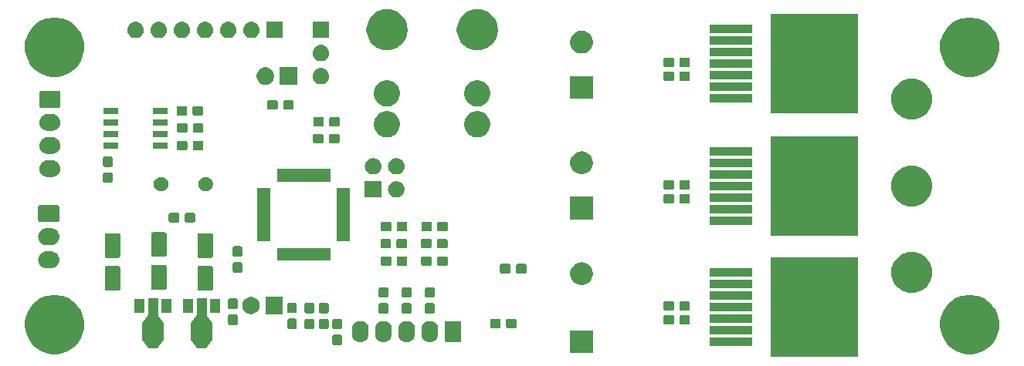
<source format=gbr>
G04 #@! TF.GenerationSoftware,KiCad,Pcbnew,5.0.2-bee76a0~70~ubuntu18.04.1*
G04 #@! TF.CreationDate,2019-01-26T12:58:11+01:00*
G04 #@! TF.ProjectId,MotorDriver,4d6f746f-7244-4726-9976-65722e6b6963,rev?*
G04 #@! TF.SameCoordinates,Original*
G04 #@! TF.FileFunction,Soldermask,Top*
G04 #@! TF.FilePolarity,Negative*
%FSLAX46Y46*%
G04 Gerber Fmt 4.6, Leading zero omitted, Abs format (unit mm)*
G04 Created by KiCad (PCBNEW 5.0.2-bee76a0~70~ubuntu18.04.1) date So 26. ledna 2019, 12:58:11 CET*
%MOMM*%
%LPD*%
G01*
G04 APERTURE LIST*
%ADD10C,0.100000*%
G04 APERTURE END LIST*
D10*
G36*
X190159000Y-113020000D02*
X180657000Y-113020000D01*
X180657000Y-102118000D01*
X190159000Y-102118000D01*
X190159000Y-113020000D01*
X190159000Y-113020000D01*
G37*
G36*
X203072239Y-106285467D02*
X203386282Y-106347934D01*
X203977926Y-106593001D01*
X204461327Y-106916000D01*
X204510395Y-106948786D01*
X204963214Y-107401605D01*
X204963216Y-107401608D01*
X205318999Y-107934074D01*
X205564066Y-108525718D01*
X205622702Y-108820500D01*
X205689000Y-109153803D01*
X205689000Y-109794197D01*
X205651633Y-109982055D01*
X205564066Y-110422282D01*
X205318999Y-111013926D01*
X205066741Y-111391456D01*
X204963214Y-111546395D01*
X204510395Y-111999214D01*
X204510392Y-111999216D01*
X203977926Y-112354999D01*
X203386282Y-112600066D01*
X203072239Y-112662533D01*
X202758197Y-112725000D01*
X202117803Y-112725000D01*
X201803761Y-112662533D01*
X201489718Y-112600066D01*
X200898074Y-112354999D01*
X200365608Y-111999216D01*
X200365605Y-111999214D01*
X199912786Y-111546395D01*
X199809259Y-111391456D01*
X199557001Y-111013926D01*
X199311934Y-110422282D01*
X199224367Y-109982055D01*
X199187000Y-109794197D01*
X199187000Y-109153803D01*
X199253298Y-108820500D01*
X199311934Y-108525718D01*
X199557001Y-107934074D01*
X199912784Y-107401608D01*
X199912786Y-107401605D01*
X200365605Y-106948786D01*
X200414673Y-106916000D01*
X200898074Y-106593001D01*
X201489718Y-106347934D01*
X201803761Y-106285467D01*
X202117803Y-106223000D01*
X202758197Y-106223000D01*
X203072239Y-106285467D01*
X203072239Y-106285467D01*
G37*
G36*
X102742239Y-106285467D02*
X103056282Y-106347934D01*
X103647926Y-106593001D01*
X104131327Y-106916000D01*
X104180395Y-106948786D01*
X104633214Y-107401605D01*
X104633216Y-107401608D01*
X104988999Y-107934074D01*
X105234066Y-108525718D01*
X105292702Y-108820500D01*
X105359000Y-109153803D01*
X105359000Y-109794197D01*
X105321633Y-109982055D01*
X105234066Y-110422282D01*
X104988999Y-111013926D01*
X104736741Y-111391456D01*
X104633214Y-111546395D01*
X104180395Y-111999214D01*
X104180392Y-111999216D01*
X103647926Y-112354999D01*
X103056282Y-112600066D01*
X102742239Y-112662533D01*
X102428197Y-112725000D01*
X101787803Y-112725000D01*
X101473761Y-112662533D01*
X101159718Y-112600066D01*
X100568074Y-112354999D01*
X100035608Y-111999216D01*
X100035605Y-111999214D01*
X99582786Y-111546395D01*
X99479259Y-111391456D01*
X99227001Y-111013926D01*
X98981934Y-110422282D01*
X98894367Y-109982055D01*
X98857000Y-109794197D01*
X98857000Y-109153803D01*
X98923298Y-108820500D01*
X98981934Y-108525718D01*
X99227001Y-107934074D01*
X99582784Y-107401608D01*
X99582786Y-107401605D01*
X100035605Y-106948786D01*
X100084673Y-106916000D01*
X100568074Y-106593001D01*
X101159718Y-106347934D01*
X101473761Y-106285467D01*
X101787803Y-106223000D01*
X102428197Y-106223000D01*
X102742239Y-106285467D01*
X102742239Y-106285467D01*
G37*
G36*
X161144000Y-112630000D02*
X158642000Y-112630000D01*
X158642000Y-110128000D01*
X161144000Y-110128000D01*
X161144000Y-112630000D01*
X161144000Y-112630000D01*
G37*
G36*
X118788000Y-108413679D02*
X118790402Y-108438065D01*
X118797515Y-108461514D01*
X118810595Y-108485359D01*
X119306375Y-109193617D01*
X119319021Y-109211683D01*
X119334973Y-109230283D01*
X119354248Y-109245415D01*
X119376104Y-109256495D01*
X119388000Y-109259824D01*
X119388000Y-109270821D01*
X119390402Y-109295207D01*
X119397515Y-109318656D01*
X119410596Y-109342504D01*
X119448026Y-109395976D01*
X119443554Y-109398366D01*
X119424612Y-109413912D01*
X119409066Y-109432854D01*
X119397515Y-109454465D01*
X119390402Y-109477914D01*
X119388000Y-109502300D01*
X119388000Y-110968500D01*
X119390402Y-110992886D01*
X119397515Y-111016335D01*
X119409066Y-111037946D01*
X119424612Y-111056888D01*
X119443554Y-111072434D01*
X119448449Y-111075050D01*
X119410879Y-111128275D01*
X119398778Y-111149582D01*
X119391067Y-111172842D01*
X119388000Y-111200360D01*
X119388000Y-111211735D01*
X119372243Y-111216515D01*
X119350632Y-111228066D01*
X119331690Y-111243612D01*
X119317957Y-111259915D01*
X118763427Y-112045500D01*
X117710573Y-112045500D01*
X117156043Y-111259915D01*
X117140018Y-111241377D01*
X117120684Y-111226322D01*
X117098784Y-111215328D01*
X117086000Y-111211805D01*
X117086000Y-111200360D01*
X117083598Y-111175974D01*
X117076485Y-111152525D01*
X117063121Y-111128275D01*
X117025551Y-111075050D01*
X117030446Y-111072434D01*
X117049388Y-111056888D01*
X117064934Y-111037946D01*
X117076485Y-111016335D01*
X117083598Y-110992886D01*
X117086000Y-110968500D01*
X117086000Y-109502300D01*
X117083598Y-109477914D01*
X117076485Y-109454465D01*
X117064934Y-109432854D01*
X117049388Y-109413912D01*
X117030446Y-109398366D01*
X117025974Y-109395976D01*
X117063404Y-109342504D01*
X117075421Y-109321148D01*
X117083041Y-109297859D01*
X117086000Y-109270821D01*
X117086000Y-109259856D01*
X117100410Y-109255485D01*
X117122021Y-109243934D01*
X117140963Y-109228388D01*
X117154979Y-109211683D01*
X117167625Y-109193617D01*
X117663406Y-108485359D01*
X117675421Y-108464006D01*
X117683041Y-108440717D01*
X117686000Y-108413679D01*
X117686000Y-106618000D01*
X118788000Y-106618000D01*
X118788000Y-108413679D01*
X118788000Y-108413679D01*
G37*
G36*
X113454000Y-108413679D02*
X113456402Y-108438065D01*
X113463515Y-108461514D01*
X113476595Y-108485359D01*
X113972375Y-109193617D01*
X113985021Y-109211683D01*
X114000973Y-109230283D01*
X114020248Y-109245415D01*
X114042104Y-109256495D01*
X114054000Y-109259824D01*
X114054000Y-109270821D01*
X114056402Y-109295207D01*
X114063515Y-109318656D01*
X114076596Y-109342504D01*
X114114026Y-109395976D01*
X114109554Y-109398366D01*
X114090612Y-109413912D01*
X114075066Y-109432854D01*
X114063515Y-109454465D01*
X114056402Y-109477914D01*
X114054000Y-109502300D01*
X114054000Y-110968500D01*
X114056402Y-110992886D01*
X114063515Y-111016335D01*
X114075066Y-111037946D01*
X114090612Y-111056888D01*
X114109554Y-111072434D01*
X114114449Y-111075050D01*
X114076879Y-111128275D01*
X114064778Y-111149582D01*
X114057067Y-111172842D01*
X114054000Y-111200360D01*
X114054000Y-111211735D01*
X114038243Y-111216515D01*
X114016632Y-111228066D01*
X113997690Y-111243612D01*
X113983957Y-111259915D01*
X113429427Y-112045500D01*
X112376573Y-112045500D01*
X111822043Y-111259915D01*
X111806018Y-111241377D01*
X111786684Y-111226322D01*
X111764784Y-111215328D01*
X111752000Y-111211805D01*
X111752000Y-111200360D01*
X111749598Y-111175974D01*
X111742485Y-111152525D01*
X111729121Y-111128275D01*
X111691551Y-111075050D01*
X111696446Y-111072434D01*
X111715388Y-111056888D01*
X111730934Y-111037946D01*
X111742485Y-111016335D01*
X111749598Y-110992886D01*
X111752000Y-110968500D01*
X111752000Y-109502300D01*
X111749598Y-109477914D01*
X111742485Y-109454465D01*
X111730934Y-109432854D01*
X111715388Y-109413912D01*
X111696446Y-109398366D01*
X111691974Y-109395976D01*
X111729404Y-109342504D01*
X111741421Y-109321148D01*
X111749041Y-109297859D01*
X111752000Y-109270821D01*
X111752000Y-109259856D01*
X111766410Y-109255485D01*
X111788021Y-109243934D01*
X111806963Y-109228388D01*
X111820979Y-109211683D01*
X111833625Y-109193617D01*
X112329406Y-108485359D01*
X112341421Y-108464006D01*
X112349041Y-108440717D01*
X112352000Y-108413679D01*
X112352000Y-106618000D01*
X113454000Y-106618000D01*
X113454000Y-108413679D01*
X113454000Y-108413679D01*
G37*
G36*
X178609000Y-111830000D02*
X173907000Y-111830000D01*
X173907000Y-110928000D01*
X178609000Y-110928000D01*
X178609000Y-111830000D01*
X178609000Y-111830000D01*
G37*
G36*
X133460499Y-110588945D02*
X133497993Y-110600319D01*
X133532557Y-110618794D01*
X133562847Y-110643653D01*
X133587706Y-110673943D01*
X133606181Y-110708507D01*
X133617555Y-110746001D01*
X133622000Y-110791138D01*
X133622000Y-111529862D01*
X133617555Y-111574999D01*
X133606181Y-111612493D01*
X133587706Y-111647057D01*
X133562847Y-111677347D01*
X133532557Y-111702206D01*
X133497993Y-111720681D01*
X133460499Y-111732055D01*
X133415362Y-111736500D01*
X132776638Y-111736500D01*
X132731501Y-111732055D01*
X132694007Y-111720681D01*
X132659443Y-111702206D01*
X132629153Y-111677347D01*
X132604294Y-111647057D01*
X132585819Y-111612493D01*
X132574445Y-111574999D01*
X132570000Y-111529862D01*
X132570000Y-110791138D01*
X132574445Y-110746001D01*
X132585819Y-110708507D01*
X132604294Y-110673943D01*
X132629153Y-110643653D01*
X132659443Y-110618794D01*
X132694007Y-110600319D01*
X132731501Y-110588945D01*
X132776638Y-110584500D01*
X133415362Y-110584500D01*
X133460499Y-110588945D01*
X133460499Y-110588945D01*
G37*
G36*
X143436548Y-109098326D02*
X143552287Y-109133435D01*
X143610158Y-109150990D01*
X143633315Y-109163368D01*
X143770156Y-109236511D01*
X143910396Y-109351604D01*
X144025489Y-109491844D01*
X144111010Y-109651843D01*
X144163674Y-109825452D01*
X144177000Y-109960757D01*
X144177000Y-110511244D01*
X144163674Y-110646548D01*
X144147039Y-110701385D01*
X144111010Y-110820158D01*
X144096395Y-110847500D01*
X144025489Y-110980156D01*
X143910396Y-111120396D01*
X143770155Y-111235489D01*
X143668514Y-111289817D01*
X143610157Y-111321010D01*
X143563550Y-111335148D01*
X143436547Y-111373674D01*
X143256000Y-111391456D01*
X143075452Y-111373674D01*
X142948449Y-111335148D01*
X142901842Y-111321010D01*
X142760686Y-111245560D01*
X142741844Y-111235489D01*
X142601604Y-111120396D01*
X142486511Y-110980155D01*
X142432183Y-110878514D01*
X142400990Y-110820157D01*
X142378495Y-110746001D01*
X142348326Y-110646547D01*
X142335000Y-110511243D01*
X142335000Y-109960756D01*
X142348326Y-109825452D01*
X142383500Y-109709500D01*
X142400990Y-109651842D01*
X142446703Y-109566320D01*
X142486512Y-109491844D01*
X142601605Y-109351604D01*
X142741845Y-109236511D01*
X142878686Y-109163368D01*
X142901843Y-109150990D01*
X142959714Y-109133435D01*
X143075453Y-109098326D01*
X143256000Y-109080544D01*
X143436548Y-109098326D01*
X143436548Y-109098326D01*
G37*
G36*
X140896548Y-109098326D02*
X141012287Y-109133435D01*
X141070158Y-109150990D01*
X141093315Y-109163368D01*
X141230156Y-109236511D01*
X141370396Y-109351604D01*
X141485489Y-109491844D01*
X141571010Y-109651843D01*
X141623674Y-109825452D01*
X141637000Y-109960757D01*
X141637000Y-110511244D01*
X141623674Y-110646548D01*
X141607039Y-110701385D01*
X141571010Y-110820158D01*
X141556395Y-110847500D01*
X141485489Y-110980156D01*
X141370396Y-111120396D01*
X141230155Y-111235489D01*
X141128514Y-111289817D01*
X141070157Y-111321010D01*
X141023550Y-111335148D01*
X140896547Y-111373674D01*
X140716000Y-111391456D01*
X140535452Y-111373674D01*
X140408449Y-111335148D01*
X140361842Y-111321010D01*
X140220686Y-111245560D01*
X140201844Y-111235489D01*
X140061604Y-111120396D01*
X139946511Y-110980155D01*
X139892183Y-110878514D01*
X139860990Y-110820157D01*
X139838495Y-110746001D01*
X139808326Y-110646547D01*
X139795000Y-110511243D01*
X139795000Y-109960756D01*
X139808326Y-109825452D01*
X139843500Y-109709500D01*
X139860990Y-109651842D01*
X139906703Y-109566320D01*
X139946512Y-109491844D01*
X140061605Y-109351604D01*
X140201845Y-109236511D01*
X140338686Y-109163368D01*
X140361843Y-109150990D01*
X140419714Y-109133435D01*
X140535453Y-109098326D01*
X140716000Y-109080544D01*
X140896548Y-109098326D01*
X140896548Y-109098326D01*
G37*
G36*
X138356548Y-109098326D02*
X138472287Y-109133435D01*
X138530158Y-109150990D01*
X138553315Y-109163368D01*
X138690156Y-109236511D01*
X138830396Y-109351604D01*
X138945489Y-109491844D01*
X139031010Y-109651843D01*
X139083674Y-109825452D01*
X139097000Y-109960757D01*
X139097000Y-110511244D01*
X139083674Y-110646548D01*
X139067039Y-110701385D01*
X139031010Y-110820158D01*
X139016395Y-110847500D01*
X138945489Y-110980156D01*
X138830396Y-111120396D01*
X138690155Y-111235489D01*
X138588514Y-111289817D01*
X138530157Y-111321010D01*
X138483550Y-111335148D01*
X138356547Y-111373674D01*
X138176000Y-111391456D01*
X137995452Y-111373674D01*
X137868449Y-111335148D01*
X137821842Y-111321010D01*
X137680686Y-111245560D01*
X137661844Y-111235489D01*
X137521604Y-111120396D01*
X137406511Y-110980155D01*
X137352183Y-110878514D01*
X137320990Y-110820157D01*
X137298495Y-110746001D01*
X137268326Y-110646547D01*
X137255000Y-110511243D01*
X137255000Y-109960756D01*
X137268326Y-109825452D01*
X137303500Y-109709500D01*
X137320990Y-109651842D01*
X137366703Y-109566320D01*
X137406512Y-109491844D01*
X137521605Y-109351604D01*
X137661845Y-109236511D01*
X137798686Y-109163368D01*
X137821843Y-109150990D01*
X137879714Y-109133435D01*
X137995453Y-109098326D01*
X138176000Y-109080544D01*
X138356548Y-109098326D01*
X138356548Y-109098326D01*
G37*
G36*
X135816548Y-109098326D02*
X135932287Y-109133435D01*
X135990158Y-109150990D01*
X136013315Y-109163368D01*
X136150156Y-109236511D01*
X136290396Y-109351604D01*
X136405489Y-109491844D01*
X136491010Y-109651843D01*
X136543674Y-109825452D01*
X136557000Y-109960757D01*
X136557000Y-110511244D01*
X136543674Y-110646548D01*
X136527039Y-110701385D01*
X136491010Y-110820158D01*
X136476395Y-110847500D01*
X136405489Y-110980156D01*
X136290396Y-111120396D01*
X136150155Y-111235489D01*
X136048514Y-111289817D01*
X135990157Y-111321010D01*
X135943550Y-111335148D01*
X135816547Y-111373674D01*
X135636000Y-111391456D01*
X135455452Y-111373674D01*
X135328449Y-111335148D01*
X135281842Y-111321010D01*
X135140686Y-111245560D01*
X135121844Y-111235489D01*
X134981604Y-111120396D01*
X134866511Y-110980155D01*
X134812183Y-110878514D01*
X134780990Y-110820157D01*
X134758495Y-110746001D01*
X134728326Y-110646547D01*
X134715000Y-110511243D01*
X134715000Y-109960756D01*
X134728326Y-109825452D01*
X134763500Y-109709500D01*
X134780990Y-109651842D01*
X134826703Y-109566320D01*
X134866512Y-109491844D01*
X134981605Y-109351604D01*
X135121845Y-109236511D01*
X135258686Y-109163368D01*
X135281843Y-109150990D01*
X135339714Y-109133435D01*
X135455453Y-109098326D01*
X135636000Y-109080544D01*
X135816548Y-109098326D01*
X135816548Y-109098326D01*
G37*
G36*
X146575560Y-109088966D02*
X146608383Y-109098923D01*
X146638632Y-109115092D01*
X146665148Y-109136852D01*
X146686908Y-109163368D01*
X146703077Y-109193617D01*
X146713034Y-109226440D01*
X146717000Y-109266712D01*
X146717000Y-111205288D01*
X146713034Y-111245560D01*
X146703077Y-111278383D01*
X146686908Y-111308632D01*
X146665148Y-111335148D01*
X146638632Y-111356908D01*
X146608383Y-111373077D01*
X146575560Y-111383034D01*
X146535288Y-111387000D01*
X145056712Y-111387000D01*
X145016440Y-111383034D01*
X144983617Y-111373077D01*
X144953368Y-111356908D01*
X144926852Y-111335148D01*
X144905092Y-111308632D01*
X144888923Y-111278383D01*
X144878966Y-111245560D01*
X144875000Y-111205288D01*
X144875000Y-109266712D01*
X144878966Y-109226440D01*
X144888923Y-109193617D01*
X144905092Y-109163368D01*
X144926852Y-109136852D01*
X144953368Y-109115092D01*
X144983617Y-109098923D01*
X145016440Y-109088966D01*
X145056712Y-109085000D01*
X146535288Y-109085000D01*
X146575560Y-109088966D01*
X146575560Y-109088966D01*
G37*
G36*
X178609000Y-110560000D02*
X173907000Y-110560000D01*
X173907000Y-109658000D01*
X178609000Y-109658000D01*
X178609000Y-110560000D01*
X178609000Y-110560000D01*
G37*
G36*
X130412499Y-108838945D02*
X130449993Y-108850319D01*
X130484557Y-108868794D01*
X130514847Y-108893653D01*
X130539706Y-108923943D01*
X130558181Y-108958507D01*
X130569555Y-108996001D01*
X130574000Y-109041138D01*
X130574000Y-109779862D01*
X130569555Y-109824999D01*
X130558181Y-109862493D01*
X130539706Y-109897057D01*
X130514847Y-109927347D01*
X130484557Y-109952206D01*
X130449993Y-109970681D01*
X130412499Y-109982055D01*
X130367362Y-109986500D01*
X129728638Y-109986500D01*
X129683501Y-109982055D01*
X129646007Y-109970681D01*
X129611443Y-109952206D01*
X129581153Y-109927347D01*
X129556294Y-109897057D01*
X129537819Y-109862493D01*
X129526445Y-109824999D01*
X129522000Y-109779862D01*
X129522000Y-109041138D01*
X129526445Y-108996001D01*
X129537819Y-108958507D01*
X129556294Y-108923943D01*
X129581153Y-108893653D01*
X129611443Y-108868794D01*
X129646007Y-108850319D01*
X129683501Y-108838945D01*
X129728638Y-108834500D01*
X130367362Y-108834500D01*
X130412499Y-108838945D01*
X130412499Y-108838945D01*
G37*
G36*
X133460499Y-108838945D02*
X133497993Y-108850319D01*
X133532557Y-108868794D01*
X133562847Y-108893653D01*
X133587706Y-108923943D01*
X133606181Y-108958507D01*
X133617555Y-108996001D01*
X133622000Y-109041138D01*
X133622000Y-109779862D01*
X133617555Y-109824999D01*
X133606181Y-109862493D01*
X133587706Y-109897057D01*
X133562847Y-109927347D01*
X133532557Y-109952206D01*
X133497993Y-109970681D01*
X133460499Y-109982055D01*
X133415362Y-109986500D01*
X132776638Y-109986500D01*
X132731501Y-109982055D01*
X132694007Y-109970681D01*
X132659443Y-109952206D01*
X132629153Y-109927347D01*
X132604294Y-109897057D01*
X132585819Y-109862493D01*
X132574445Y-109824999D01*
X132570000Y-109779862D01*
X132570000Y-109041138D01*
X132574445Y-108996001D01*
X132585819Y-108958507D01*
X132604294Y-108923943D01*
X132629153Y-108893653D01*
X132659443Y-108868794D01*
X132694007Y-108850319D01*
X132731501Y-108838945D01*
X132776638Y-108834500D01*
X133415362Y-108834500D01*
X133460499Y-108838945D01*
X133460499Y-108838945D01*
G37*
G36*
X131999999Y-108838945D02*
X132037493Y-108850319D01*
X132072057Y-108868794D01*
X132102347Y-108893653D01*
X132127206Y-108923943D01*
X132145681Y-108958507D01*
X132157055Y-108996001D01*
X132161500Y-109041138D01*
X132161500Y-109779862D01*
X132157055Y-109824999D01*
X132145681Y-109862493D01*
X132127206Y-109897057D01*
X132102347Y-109927347D01*
X132072057Y-109952206D01*
X132037493Y-109970681D01*
X131999999Y-109982055D01*
X131954862Y-109986500D01*
X131316138Y-109986500D01*
X131271001Y-109982055D01*
X131233507Y-109970681D01*
X131198943Y-109952206D01*
X131168653Y-109927347D01*
X131143794Y-109897057D01*
X131125319Y-109862493D01*
X131113945Y-109824999D01*
X131109500Y-109779862D01*
X131109500Y-109041138D01*
X131113945Y-108996001D01*
X131125319Y-108958507D01*
X131143794Y-108923943D01*
X131168653Y-108893653D01*
X131198943Y-108868794D01*
X131233507Y-108850319D01*
X131271001Y-108838945D01*
X131316138Y-108834500D01*
X131954862Y-108834500D01*
X131999999Y-108838945D01*
X131999999Y-108838945D01*
G37*
G36*
X128507499Y-108824945D02*
X128544993Y-108836319D01*
X128579557Y-108854794D01*
X128609847Y-108879653D01*
X128634706Y-108909943D01*
X128653181Y-108944507D01*
X128664555Y-108982001D01*
X128669000Y-109027138D01*
X128669000Y-109765862D01*
X128664555Y-109810999D01*
X128653181Y-109848493D01*
X128634706Y-109883057D01*
X128609847Y-109913347D01*
X128579557Y-109938206D01*
X128544993Y-109956681D01*
X128507499Y-109968055D01*
X128462362Y-109972500D01*
X127823638Y-109972500D01*
X127778501Y-109968055D01*
X127741007Y-109956681D01*
X127706443Y-109938206D01*
X127676153Y-109913347D01*
X127651294Y-109883057D01*
X127632819Y-109848493D01*
X127621445Y-109810999D01*
X127617000Y-109765862D01*
X127617000Y-109027138D01*
X127621445Y-108982001D01*
X127632819Y-108944507D01*
X127651294Y-108909943D01*
X127676153Y-108879653D01*
X127706443Y-108854794D01*
X127741007Y-108836319D01*
X127778501Y-108824945D01*
X127823638Y-108820500D01*
X128462362Y-108820500D01*
X128507499Y-108824945D01*
X128507499Y-108824945D01*
G37*
G36*
X150858699Y-108825445D02*
X150896193Y-108836819D01*
X150930757Y-108855294D01*
X150961047Y-108880153D01*
X150985906Y-108910443D01*
X151004381Y-108945007D01*
X151015755Y-108982501D01*
X151020200Y-109027638D01*
X151020200Y-109666362D01*
X151015755Y-109711499D01*
X151004381Y-109748993D01*
X150985906Y-109783557D01*
X150961047Y-109813847D01*
X150930757Y-109838706D01*
X150896193Y-109857181D01*
X150858699Y-109868555D01*
X150813562Y-109873000D01*
X150074838Y-109873000D01*
X150029701Y-109868555D01*
X149992207Y-109857181D01*
X149957643Y-109838706D01*
X149927353Y-109813847D01*
X149902494Y-109783557D01*
X149884019Y-109748993D01*
X149872645Y-109711499D01*
X149868200Y-109666362D01*
X149868200Y-109027638D01*
X149872645Y-108982501D01*
X149884019Y-108945007D01*
X149902494Y-108910443D01*
X149927353Y-108880153D01*
X149957643Y-108855294D01*
X149992207Y-108836819D01*
X150029701Y-108825445D01*
X150074838Y-108821000D01*
X150813562Y-108821000D01*
X150858699Y-108825445D01*
X150858699Y-108825445D01*
G37*
G36*
X152608699Y-108825445D02*
X152646193Y-108836819D01*
X152680757Y-108855294D01*
X152711047Y-108880153D01*
X152735906Y-108910443D01*
X152754381Y-108945007D01*
X152765755Y-108982501D01*
X152770200Y-109027638D01*
X152770200Y-109666362D01*
X152765755Y-109711499D01*
X152754381Y-109748993D01*
X152735906Y-109783557D01*
X152711047Y-109813847D01*
X152680757Y-109838706D01*
X152646193Y-109857181D01*
X152608699Y-109868555D01*
X152563562Y-109873000D01*
X151824838Y-109873000D01*
X151779701Y-109868555D01*
X151742207Y-109857181D01*
X151707643Y-109838706D01*
X151677353Y-109813847D01*
X151652494Y-109783557D01*
X151634019Y-109748993D01*
X151622645Y-109711499D01*
X151618200Y-109666362D01*
X151618200Y-109027638D01*
X151622645Y-108982501D01*
X151634019Y-108945007D01*
X151652494Y-108910443D01*
X151677353Y-108880153D01*
X151707643Y-108855294D01*
X151742207Y-108836819D01*
X151779701Y-108825445D01*
X151824838Y-108821000D01*
X152563562Y-108821000D01*
X152608699Y-108825445D01*
X152608699Y-108825445D01*
G37*
G36*
X122030499Y-108366445D02*
X122067993Y-108377819D01*
X122102557Y-108396294D01*
X122132847Y-108421153D01*
X122157706Y-108451443D01*
X122176181Y-108486007D01*
X122187555Y-108523501D01*
X122192000Y-108568638D01*
X122192000Y-109307362D01*
X122187555Y-109352499D01*
X122176181Y-109389993D01*
X122157706Y-109424557D01*
X122132847Y-109454847D01*
X122102557Y-109479706D01*
X122067993Y-109498181D01*
X122030499Y-109509555D01*
X121985362Y-109514000D01*
X121346638Y-109514000D01*
X121301501Y-109509555D01*
X121264007Y-109498181D01*
X121229443Y-109479706D01*
X121199153Y-109454847D01*
X121174294Y-109424557D01*
X121155819Y-109389993D01*
X121144445Y-109352499D01*
X121140000Y-109307362D01*
X121140000Y-108568638D01*
X121144445Y-108523501D01*
X121155819Y-108486007D01*
X121174294Y-108451443D01*
X121199153Y-108421153D01*
X121229443Y-108396294D01*
X121264007Y-108377819D01*
X121301501Y-108366445D01*
X121346638Y-108362000D01*
X121985362Y-108362000D01*
X122030499Y-108366445D01*
X122030499Y-108366445D01*
G37*
G36*
X171610499Y-108444445D02*
X171647993Y-108455819D01*
X171682557Y-108474294D01*
X171712847Y-108499153D01*
X171737706Y-108529443D01*
X171756181Y-108564007D01*
X171767555Y-108601501D01*
X171772000Y-108646638D01*
X171772000Y-109285362D01*
X171767555Y-109330499D01*
X171756181Y-109367993D01*
X171737706Y-109402557D01*
X171712847Y-109432847D01*
X171682557Y-109457706D01*
X171647993Y-109476181D01*
X171610499Y-109487555D01*
X171565362Y-109492000D01*
X170826638Y-109492000D01*
X170781501Y-109487555D01*
X170744007Y-109476181D01*
X170709443Y-109457706D01*
X170679153Y-109432847D01*
X170654294Y-109402557D01*
X170635819Y-109367993D01*
X170624445Y-109330499D01*
X170620000Y-109285362D01*
X170620000Y-108646638D01*
X170624445Y-108601501D01*
X170635819Y-108564007D01*
X170654294Y-108529443D01*
X170679153Y-108499153D01*
X170709443Y-108474294D01*
X170744007Y-108455819D01*
X170781501Y-108444445D01*
X170826638Y-108440000D01*
X171565362Y-108440000D01*
X171610499Y-108444445D01*
X171610499Y-108444445D01*
G37*
G36*
X169860499Y-108444445D02*
X169897993Y-108455819D01*
X169932557Y-108474294D01*
X169962847Y-108499153D01*
X169987706Y-108529443D01*
X170006181Y-108564007D01*
X170017555Y-108601501D01*
X170022000Y-108646638D01*
X170022000Y-109285362D01*
X170017555Y-109330499D01*
X170006181Y-109367993D01*
X169987706Y-109402557D01*
X169962847Y-109432847D01*
X169932557Y-109457706D01*
X169897993Y-109476181D01*
X169860499Y-109487555D01*
X169815362Y-109492000D01*
X169076638Y-109492000D01*
X169031501Y-109487555D01*
X168994007Y-109476181D01*
X168959443Y-109457706D01*
X168929153Y-109432847D01*
X168904294Y-109402557D01*
X168885819Y-109367993D01*
X168874445Y-109330499D01*
X168870000Y-109285362D01*
X168870000Y-108646638D01*
X168874445Y-108601501D01*
X168885819Y-108564007D01*
X168904294Y-108529443D01*
X168929153Y-108499153D01*
X168959443Y-108474294D01*
X168994007Y-108455819D01*
X169031501Y-108444445D01*
X169076638Y-108440000D01*
X169815362Y-108440000D01*
X169860499Y-108444445D01*
X169860499Y-108444445D01*
G37*
G36*
X178609000Y-109290000D02*
X173907000Y-109290000D01*
X173907000Y-108388000D01*
X178609000Y-108388000D01*
X178609000Y-109290000D01*
X178609000Y-109290000D01*
G37*
G36*
X123911896Y-106464046D02*
X124084966Y-106535734D01*
X124240730Y-106639812D01*
X124373188Y-106772270D01*
X124477266Y-106928034D01*
X124548954Y-107101104D01*
X124585500Y-107284833D01*
X124585500Y-107472167D01*
X124548954Y-107655896D01*
X124477266Y-107828966D01*
X124373188Y-107984730D01*
X124240730Y-108117188D01*
X124084966Y-108221266D01*
X123911896Y-108292954D01*
X123728167Y-108329500D01*
X123540833Y-108329500D01*
X123357104Y-108292954D01*
X123184034Y-108221266D01*
X123028270Y-108117188D01*
X122895812Y-107984730D01*
X122791734Y-107828966D01*
X122720046Y-107655896D01*
X122683500Y-107472167D01*
X122683500Y-107284833D01*
X122720046Y-107101104D01*
X122791734Y-106928034D01*
X122895812Y-106772270D01*
X123028270Y-106639812D01*
X123184034Y-106535734D01*
X123357104Y-106464046D01*
X123540833Y-106427500D01*
X123728167Y-106427500D01*
X123911896Y-106464046D01*
X123911896Y-106464046D01*
G37*
G36*
X127125500Y-108329500D02*
X125223500Y-108329500D01*
X125223500Y-106427500D01*
X127125500Y-106427500D01*
X127125500Y-108329500D01*
X127125500Y-108329500D01*
G37*
G36*
X138540499Y-107124445D02*
X138577993Y-107135819D01*
X138612557Y-107154294D01*
X138642847Y-107179153D01*
X138667706Y-107209443D01*
X138686181Y-107244007D01*
X138697555Y-107281501D01*
X138702000Y-107326638D01*
X138702000Y-108065362D01*
X138697555Y-108110499D01*
X138686181Y-108147993D01*
X138667706Y-108182557D01*
X138642847Y-108212847D01*
X138612557Y-108237706D01*
X138577993Y-108256181D01*
X138540499Y-108267555D01*
X138495362Y-108272000D01*
X137856638Y-108272000D01*
X137811501Y-108267555D01*
X137774007Y-108256181D01*
X137739443Y-108237706D01*
X137709153Y-108212847D01*
X137684294Y-108182557D01*
X137665819Y-108147993D01*
X137654445Y-108110499D01*
X137650000Y-108065362D01*
X137650000Y-107326638D01*
X137654445Y-107281501D01*
X137665819Y-107244007D01*
X137684294Y-107209443D01*
X137709153Y-107179153D01*
X137739443Y-107154294D01*
X137774007Y-107135819D01*
X137811501Y-107124445D01*
X137856638Y-107120000D01*
X138495362Y-107120000D01*
X138540499Y-107124445D01*
X138540499Y-107124445D01*
G37*
G36*
X143620499Y-107124445D02*
X143657993Y-107135819D01*
X143692557Y-107154294D01*
X143722847Y-107179153D01*
X143747706Y-107209443D01*
X143766181Y-107244007D01*
X143777555Y-107281501D01*
X143782000Y-107326638D01*
X143782000Y-108065362D01*
X143777555Y-108110499D01*
X143766181Y-108147993D01*
X143747706Y-108182557D01*
X143722847Y-108212847D01*
X143692557Y-108237706D01*
X143657993Y-108256181D01*
X143620499Y-108267555D01*
X143575362Y-108272000D01*
X142936638Y-108272000D01*
X142891501Y-108267555D01*
X142854007Y-108256181D01*
X142819443Y-108237706D01*
X142789153Y-108212847D01*
X142764294Y-108182557D01*
X142745819Y-108147993D01*
X142734445Y-108110499D01*
X142730000Y-108065362D01*
X142730000Y-107326638D01*
X142734445Y-107281501D01*
X142745819Y-107244007D01*
X142764294Y-107209443D01*
X142789153Y-107179153D01*
X142819443Y-107154294D01*
X142854007Y-107135819D01*
X142891501Y-107124445D01*
X142936638Y-107120000D01*
X143575362Y-107120000D01*
X143620499Y-107124445D01*
X143620499Y-107124445D01*
G37*
G36*
X141080499Y-107124445D02*
X141117993Y-107135819D01*
X141152557Y-107154294D01*
X141182847Y-107179153D01*
X141207706Y-107209443D01*
X141226181Y-107244007D01*
X141237555Y-107281501D01*
X141242000Y-107326638D01*
X141242000Y-108065362D01*
X141237555Y-108110499D01*
X141226181Y-108147993D01*
X141207706Y-108182557D01*
X141182847Y-108212847D01*
X141152557Y-108237706D01*
X141117993Y-108256181D01*
X141080499Y-108267555D01*
X141035362Y-108272000D01*
X140396638Y-108272000D01*
X140351501Y-108267555D01*
X140314007Y-108256181D01*
X140279443Y-108237706D01*
X140249153Y-108212847D01*
X140224294Y-108182557D01*
X140205819Y-108147993D01*
X140194445Y-108110499D01*
X140190000Y-108065362D01*
X140190000Y-107326638D01*
X140194445Y-107281501D01*
X140205819Y-107244007D01*
X140224294Y-107209443D01*
X140249153Y-107179153D01*
X140279443Y-107154294D01*
X140314007Y-107135819D01*
X140351501Y-107124445D01*
X140396638Y-107120000D01*
X141035362Y-107120000D01*
X141080499Y-107124445D01*
X141080499Y-107124445D01*
G37*
G36*
X131999999Y-107088945D02*
X132037493Y-107100319D01*
X132072057Y-107118794D01*
X132102347Y-107143653D01*
X132127206Y-107173943D01*
X132145681Y-107208507D01*
X132157055Y-107246001D01*
X132161500Y-107291138D01*
X132161500Y-108029862D01*
X132157055Y-108074999D01*
X132145681Y-108112493D01*
X132127206Y-108147057D01*
X132102347Y-108177347D01*
X132072057Y-108202206D01*
X132037493Y-108220681D01*
X131999999Y-108232055D01*
X131954862Y-108236500D01*
X131316138Y-108236500D01*
X131271001Y-108232055D01*
X131233507Y-108220681D01*
X131198943Y-108202206D01*
X131168653Y-108177347D01*
X131143794Y-108147057D01*
X131125319Y-108112493D01*
X131113945Y-108074999D01*
X131109500Y-108029862D01*
X131109500Y-107291138D01*
X131113945Y-107246001D01*
X131125319Y-107208507D01*
X131143794Y-107173943D01*
X131168653Y-107143653D01*
X131198943Y-107118794D01*
X131233507Y-107100319D01*
X131271001Y-107088945D01*
X131316138Y-107084500D01*
X131954862Y-107084500D01*
X131999999Y-107088945D01*
X131999999Y-107088945D01*
G37*
G36*
X130412499Y-107088945D02*
X130449993Y-107100319D01*
X130484557Y-107118794D01*
X130514847Y-107143653D01*
X130539706Y-107173943D01*
X130558181Y-107208507D01*
X130569555Y-107246001D01*
X130574000Y-107291138D01*
X130574000Y-108029862D01*
X130569555Y-108074999D01*
X130558181Y-108112493D01*
X130539706Y-108147057D01*
X130514847Y-108177347D01*
X130484557Y-108202206D01*
X130449993Y-108220681D01*
X130412499Y-108232055D01*
X130367362Y-108236500D01*
X129728638Y-108236500D01*
X129683501Y-108232055D01*
X129646007Y-108220681D01*
X129611443Y-108202206D01*
X129581153Y-108177347D01*
X129556294Y-108147057D01*
X129537819Y-108112493D01*
X129526445Y-108074999D01*
X129522000Y-108029862D01*
X129522000Y-107291138D01*
X129526445Y-107246001D01*
X129537819Y-107208507D01*
X129556294Y-107173943D01*
X129581153Y-107143653D01*
X129611443Y-107118794D01*
X129646007Y-107100319D01*
X129683501Y-107088945D01*
X129728638Y-107084500D01*
X130367362Y-107084500D01*
X130412499Y-107088945D01*
X130412499Y-107088945D01*
G37*
G36*
X111954000Y-108223500D02*
X110852000Y-108223500D01*
X110852000Y-106621500D01*
X111954000Y-106621500D01*
X111954000Y-108223500D01*
X111954000Y-108223500D01*
G37*
G36*
X117288000Y-108223500D02*
X116186000Y-108223500D01*
X116186000Y-106621500D01*
X117288000Y-106621500D01*
X117288000Y-108223500D01*
X117288000Y-108223500D01*
G37*
G36*
X120288000Y-108223500D02*
X119186000Y-108223500D01*
X119186000Y-106621500D01*
X120288000Y-106621500D01*
X120288000Y-108223500D01*
X120288000Y-108223500D01*
G37*
G36*
X114954000Y-108223500D02*
X113852000Y-108223500D01*
X113852000Y-106621500D01*
X114954000Y-106621500D01*
X114954000Y-108223500D01*
X114954000Y-108223500D01*
G37*
G36*
X128507499Y-107074945D02*
X128544993Y-107086319D01*
X128579557Y-107104794D01*
X128609847Y-107129653D01*
X128634706Y-107159943D01*
X128653181Y-107194507D01*
X128664555Y-107232001D01*
X128669000Y-107277138D01*
X128669000Y-108015862D01*
X128664555Y-108060999D01*
X128653181Y-108098493D01*
X128634706Y-108133057D01*
X128609847Y-108163347D01*
X128579557Y-108188206D01*
X128544993Y-108206681D01*
X128507499Y-108218055D01*
X128462362Y-108222500D01*
X127823638Y-108222500D01*
X127778501Y-108218055D01*
X127741007Y-108206681D01*
X127706443Y-108188206D01*
X127676153Y-108163347D01*
X127651294Y-108133057D01*
X127632819Y-108098493D01*
X127621445Y-108060999D01*
X127617000Y-108015862D01*
X127617000Y-107277138D01*
X127621445Y-107232001D01*
X127632819Y-107194507D01*
X127651294Y-107159943D01*
X127676153Y-107129653D01*
X127706443Y-107104794D01*
X127741007Y-107086319D01*
X127778501Y-107074945D01*
X127823638Y-107070500D01*
X128462362Y-107070500D01*
X128507499Y-107074945D01*
X128507499Y-107074945D01*
G37*
G36*
X178609000Y-108020000D02*
X173907000Y-108020000D01*
X173907000Y-107118000D01*
X178609000Y-107118000D01*
X178609000Y-108020000D01*
X178609000Y-108020000D01*
G37*
G36*
X171610499Y-106920445D02*
X171647993Y-106931819D01*
X171682557Y-106950294D01*
X171712847Y-106975153D01*
X171737706Y-107005443D01*
X171756181Y-107040007D01*
X171767555Y-107077501D01*
X171772000Y-107122638D01*
X171772000Y-107761362D01*
X171767555Y-107806499D01*
X171756181Y-107843993D01*
X171737706Y-107878557D01*
X171712847Y-107908847D01*
X171682557Y-107933706D01*
X171647993Y-107952181D01*
X171610499Y-107963555D01*
X171565362Y-107968000D01*
X170826638Y-107968000D01*
X170781501Y-107963555D01*
X170744007Y-107952181D01*
X170709443Y-107933706D01*
X170679153Y-107908847D01*
X170654294Y-107878557D01*
X170635819Y-107843993D01*
X170624445Y-107806499D01*
X170620000Y-107761362D01*
X170620000Y-107122638D01*
X170624445Y-107077501D01*
X170635819Y-107040007D01*
X170654294Y-107005443D01*
X170679153Y-106975153D01*
X170709443Y-106950294D01*
X170744007Y-106931819D01*
X170781501Y-106920445D01*
X170826638Y-106916000D01*
X171565362Y-106916000D01*
X171610499Y-106920445D01*
X171610499Y-106920445D01*
G37*
G36*
X169860499Y-106920445D02*
X169897993Y-106931819D01*
X169932557Y-106950294D01*
X169962847Y-106975153D01*
X169987706Y-107005443D01*
X170006181Y-107040007D01*
X170017555Y-107077501D01*
X170022000Y-107122638D01*
X170022000Y-107761362D01*
X170017555Y-107806499D01*
X170006181Y-107843993D01*
X169987706Y-107878557D01*
X169962847Y-107908847D01*
X169932557Y-107933706D01*
X169897993Y-107952181D01*
X169860499Y-107963555D01*
X169815362Y-107968000D01*
X169076638Y-107968000D01*
X169031501Y-107963555D01*
X168994007Y-107952181D01*
X168959443Y-107933706D01*
X168929153Y-107908847D01*
X168904294Y-107878557D01*
X168885819Y-107843993D01*
X168874445Y-107806499D01*
X168870000Y-107761362D01*
X168870000Y-107122638D01*
X168874445Y-107077501D01*
X168885819Y-107040007D01*
X168904294Y-107005443D01*
X168929153Y-106975153D01*
X168959443Y-106950294D01*
X168994007Y-106931819D01*
X169031501Y-106920445D01*
X169076638Y-106916000D01*
X169815362Y-106916000D01*
X169860499Y-106920445D01*
X169860499Y-106920445D01*
G37*
G36*
X122030499Y-106616445D02*
X122067993Y-106627819D01*
X122102557Y-106646294D01*
X122132847Y-106671153D01*
X122157706Y-106701443D01*
X122176181Y-106736007D01*
X122187555Y-106773501D01*
X122192000Y-106818638D01*
X122192000Y-107557362D01*
X122187555Y-107602499D01*
X122176181Y-107639993D01*
X122157706Y-107674557D01*
X122132847Y-107704847D01*
X122102557Y-107729706D01*
X122067993Y-107748181D01*
X122030499Y-107759555D01*
X121985362Y-107764000D01*
X121346638Y-107764000D01*
X121301501Y-107759555D01*
X121264007Y-107748181D01*
X121229443Y-107729706D01*
X121199153Y-107704847D01*
X121174294Y-107674557D01*
X121155819Y-107639993D01*
X121144445Y-107602499D01*
X121140000Y-107557362D01*
X121140000Y-106818638D01*
X121144445Y-106773501D01*
X121155819Y-106736007D01*
X121174294Y-106701443D01*
X121199153Y-106671153D01*
X121229443Y-106646294D01*
X121264007Y-106627819D01*
X121301501Y-106616445D01*
X121346638Y-106612000D01*
X121985362Y-106612000D01*
X122030499Y-106616445D01*
X122030499Y-106616445D01*
G37*
G36*
X178609000Y-106750000D02*
X173907000Y-106750000D01*
X173907000Y-105848000D01*
X178609000Y-105848000D01*
X178609000Y-106750000D01*
X178609000Y-106750000D01*
G37*
G36*
X143620499Y-105374445D02*
X143657993Y-105385819D01*
X143692557Y-105404294D01*
X143722847Y-105429153D01*
X143747706Y-105459443D01*
X143766181Y-105494007D01*
X143777555Y-105531501D01*
X143782000Y-105576638D01*
X143782000Y-106315362D01*
X143777555Y-106360499D01*
X143766181Y-106397993D01*
X143747706Y-106432557D01*
X143722847Y-106462847D01*
X143692557Y-106487706D01*
X143657993Y-106506181D01*
X143620499Y-106517555D01*
X143575362Y-106522000D01*
X142936638Y-106522000D01*
X142891501Y-106517555D01*
X142854007Y-106506181D01*
X142819443Y-106487706D01*
X142789153Y-106462847D01*
X142764294Y-106432557D01*
X142745819Y-106397993D01*
X142734445Y-106360499D01*
X142730000Y-106315362D01*
X142730000Y-105576638D01*
X142734445Y-105531501D01*
X142745819Y-105494007D01*
X142764294Y-105459443D01*
X142789153Y-105429153D01*
X142819443Y-105404294D01*
X142854007Y-105385819D01*
X142891501Y-105374445D01*
X142936638Y-105370000D01*
X143575362Y-105370000D01*
X143620499Y-105374445D01*
X143620499Y-105374445D01*
G37*
G36*
X138540499Y-105374445D02*
X138577993Y-105385819D01*
X138612557Y-105404294D01*
X138642847Y-105429153D01*
X138667706Y-105459443D01*
X138686181Y-105494007D01*
X138697555Y-105531501D01*
X138702000Y-105576638D01*
X138702000Y-106315362D01*
X138697555Y-106360499D01*
X138686181Y-106397993D01*
X138667706Y-106432557D01*
X138642847Y-106462847D01*
X138612557Y-106487706D01*
X138577993Y-106506181D01*
X138540499Y-106517555D01*
X138495362Y-106522000D01*
X137856638Y-106522000D01*
X137811501Y-106517555D01*
X137774007Y-106506181D01*
X137739443Y-106487706D01*
X137709153Y-106462847D01*
X137684294Y-106432557D01*
X137665819Y-106397993D01*
X137654445Y-106360499D01*
X137650000Y-106315362D01*
X137650000Y-105576638D01*
X137654445Y-105531501D01*
X137665819Y-105494007D01*
X137684294Y-105459443D01*
X137709153Y-105429153D01*
X137739443Y-105404294D01*
X137774007Y-105385819D01*
X137811501Y-105374445D01*
X137856638Y-105370000D01*
X138495362Y-105370000D01*
X138540499Y-105374445D01*
X138540499Y-105374445D01*
G37*
G36*
X141080499Y-105374445D02*
X141117993Y-105385819D01*
X141152557Y-105404294D01*
X141182847Y-105429153D01*
X141207706Y-105459443D01*
X141226181Y-105494007D01*
X141237555Y-105531501D01*
X141242000Y-105576638D01*
X141242000Y-106315362D01*
X141237555Y-106360499D01*
X141226181Y-106397993D01*
X141207706Y-106432557D01*
X141182847Y-106462847D01*
X141152557Y-106487706D01*
X141117993Y-106506181D01*
X141080499Y-106517555D01*
X141035362Y-106522000D01*
X140396638Y-106522000D01*
X140351501Y-106517555D01*
X140314007Y-106506181D01*
X140279443Y-106487706D01*
X140249153Y-106462847D01*
X140224294Y-106432557D01*
X140205819Y-106397993D01*
X140194445Y-106360499D01*
X140190000Y-106315362D01*
X140190000Y-105576638D01*
X140194445Y-105531501D01*
X140205819Y-105494007D01*
X140224294Y-105459443D01*
X140249153Y-105429153D01*
X140279443Y-105404294D01*
X140314007Y-105385819D01*
X140351501Y-105374445D01*
X140396638Y-105370000D01*
X141035362Y-105370000D01*
X141080499Y-105374445D01*
X141080499Y-105374445D01*
G37*
G36*
X196396445Y-101525254D02*
X196744593Y-101594504D01*
X197154249Y-101764189D01*
X197522929Y-102010534D01*
X197836466Y-102324071D01*
X198082811Y-102692751D01*
X198252496Y-103102407D01*
X198303336Y-103358000D01*
X198339000Y-103537294D01*
X198339000Y-103980706D01*
X198321746Y-104067445D01*
X198252496Y-104415593D01*
X198082811Y-104825249D01*
X197836466Y-105193929D01*
X197522929Y-105507466D01*
X197154249Y-105753811D01*
X196744593Y-105923496D01*
X196396445Y-105992746D01*
X196309706Y-106010000D01*
X195866294Y-106010000D01*
X195779555Y-105992746D01*
X195431407Y-105923496D01*
X195021751Y-105753811D01*
X194653071Y-105507466D01*
X194339534Y-105193929D01*
X194093189Y-104825249D01*
X193923504Y-104415593D01*
X193854254Y-104067445D01*
X193837000Y-103980706D01*
X193837000Y-103537294D01*
X193872664Y-103358000D01*
X193923504Y-103102407D01*
X194093189Y-102692751D01*
X194339534Y-102324071D01*
X194653071Y-102010534D01*
X195021751Y-101764189D01*
X195431407Y-101594504D01*
X195779555Y-101525254D01*
X195866294Y-101508000D01*
X196309706Y-101508000D01*
X196396445Y-101525254D01*
X196396445Y-101525254D01*
G37*
G36*
X119323996Y-103047051D02*
X119357653Y-103057261D01*
X119388667Y-103073838D01*
X119415852Y-103096148D01*
X119438162Y-103123333D01*
X119454739Y-103154347D01*
X119464949Y-103188004D01*
X119469000Y-103229138D01*
X119469000Y-105558862D01*
X119464949Y-105599996D01*
X119454739Y-105633653D01*
X119438162Y-105664667D01*
X119415852Y-105691852D01*
X119388667Y-105714162D01*
X119357653Y-105730739D01*
X119323996Y-105740949D01*
X119282862Y-105745000D01*
X117953138Y-105745000D01*
X117912004Y-105740949D01*
X117878347Y-105730739D01*
X117847333Y-105714162D01*
X117820148Y-105691852D01*
X117797838Y-105664667D01*
X117781261Y-105633653D01*
X117771051Y-105599996D01*
X117767000Y-105558862D01*
X117767000Y-103229138D01*
X117771051Y-103188004D01*
X117781261Y-103154347D01*
X117797838Y-103123333D01*
X117820148Y-103096148D01*
X117847333Y-103073838D01*
X117878347Y-103057261D01*
X117912004Y-103047051D01*
X117953138Y-103043000D01*
X119282862Y-103043000D01*
X119323996Y-103047051D01*
X119323996Y-103047051D01*
G37*
G36*
X109163996Y-103047051D02*
X109197653Y-103057261D01*
X109228667Y-103073838D01*
X109255852Y-103096148D01*
X109278162Y-103123333D01*
X109294739Y-103154347D01*
X109304949Y-103188004D01*
X109309000Y-103229138D01*
X109309000Y-105558862D01*
X109304949Y-105599996D01*
X109294739Y-105633653D01*
X109278162Y-105664667D01*
X109255852Y-105691852D01*
X109228667Y-105714162D01*
X109197653Y-105730739D01*
X109163996Y-105740949D01*
X109122862Y-105745000D01*
X107793138Y-105745000D01*
X107752004Y-105740949D01*
X107718347Y-105730739D01*
X107687333Y-105714162D01*
X107660148Y-105691852D01*
X107637838Y-105664667D01*
X107621261Y-105633653D01*
X107611051Y-105599996D01*
X107607000Y-105558862D01*
X107607000Y-103229138D01*
X107611051Y-103188004D01*
X107621261Y-103154347D01*
X107637838Y-103123333D01*
X107660148Y-103096148D01*
X107687333Y-103073838D01*
X107718347Y-103057261D01*
X107752004Y-103047051D01*
X107793138Y-103043000D01*
X109122862Y-103043000D01*
X109163996Y-103047051D01*
X109163996Y-103047051D01*
G37*
G36*
X114243996Y-102942051D02*
X114277653Y-102952261D01*
X114308667Y-102968838D01*
X114335852Y-102991148D01*
X114358162Y-103018333D01*
X114374739Y-103049347D01*
X114384949Y-103083004D01*
X114389000Y-103124138D01*
X114389000Y-105453862D01*
X114384949Y-105494996D01*
X114374739Y-105528653D01*
X114358162Y-105559667D01*
X114335852Y-105586852D01*
X114308667Y-105609162D01*
X114277653Y-105625739D01*
X114243996Y-105635949D01*
X114202862Y-105640000D01*
X112873138Y-105640000D01*
X112832004Y-105635949D01*
X112798347Y-105625739D01*
X112767333Y-105609162D01*
X112740148Y-105586852D01*
X112717838Y-105559667D01*
X112701261Y-105528653D01*
X112691051Y-105494996D01*
X112687000Y-105453862D01*
X112687000Y-103124138D01*
X112691051Y-103083004D01*
X112701261Y-103049347D01*
X112717838Y-103018333D01*
X112740148Y-102991148D01*
X112767333Y-102968838D01*
X112798347Y-102952261D01*
X112832004Y-102942051D01*
X112873138Y-102938000D01*
X114202862Y-102938000D01*
X114243996Y-102942051D01*
X114243996Y-102942051D01*
G37*
G36*
X178609000Y-105480000D02*
X173907000Y-105480000D01*
X173907000Y-104578000D01*
X178609000Y-104578000D01*
X178609000Y-105480000D01*
X178609000Y-105480000D01*
G37*
G36*
X160076636Y-102640019D02*
X160257903Y-102676075D01*
X160485571Y-102770378D01*
X160666083Y-102890993D01*
X160690469Y-102907287D01*
X160864713Y-103081531D01*
X160864715Y-103081534D01*
X161001622Y-103286429D01*
X161095925Y-103514097D01*
X161144000Y-103755787D01*
X161144000Y-104002213D01*
X161095925Y-104243903D01*
X161001622Y-104471571D01*
X160930508Y-104578000D01*
X160864713Y-104676469D01*
X160690469Y-104850713D01*
X160690466Y-104850715D01*
X160485571Y-104987622D01*
X160257903Y-105081925D01*
X160088250Y-105115671D01*
X160016214Y-105130000D01*
X159769786Y-105130000D01*
X159697750Y-105115671D01*
X159528097Y-105081925D01*
X159300429Y-104987622D01*
X159095534Y-104850715D01*
X159095531Y-104850713D01*
X158921287Y-104676469D01*
X158855492Y-104578000D01*
X158784378Y-104471571D01*
X158690075Y-104243903D01*
X158642000Y-104002213D01*
X158642000Y-103755787D01*
X158690075Y-103514097D01*
X158784378Y-103286429D01*
X158921285Y-103081534D01*
X158921287Y-103081531D01*
X159095531Y-102907287D01*
X159119917Y-102890993D01*
X159300429Y-102770378D01*
X159528097Y-102676075D01*
X159709364Y-102640019D01*
X159769786Y-102628000D01*
X160016214Y-102628000D01*
X160076636Y-102640019D01*
X160076636Y-102640019D01*
G37*
G36*
X178609000Y-104210000D02*
X173907000Y-104210000D01*
X173907000Y-103308000D01*
X178609000Y-103308000D01*
X178609000Y-104210000D01*
X178609000Y-104210000D01*
G37*
G36*
X153689499Y-102805645D02*
X153726993Y-102817019D01*
X153761557Y-102835494D01*
X153791847Y-102860353D01*
X153816706Y-102890643D01*
X153835181Y-102925207D01*
X153846555Y-102962701D01*
X153851000Y-103007838D01*
X153851000Y-103646562D01*
X153846555Y-103691699D01*
X153835181Y-103729193D01*
X153816706Y-103763757D01*
X153791847Y-103794047D01*
X153761557Y-103818906D01*
X153726993Y-103837381D01*
X153689499Y-103848755D01*
X153644362Y-103853200D01*
X152905638Y-103853200D01*
X152860501Y-103848755D01*
X152823007Y-103837381D01*
X152788443Y-103818906D01*
X152758153Y-103794047D01*
X152733294Y-103763757D01*
X152714819Y-103729193D01*
X152703445Y-103691699D01*
X152699000Y-103646562D01*
X152699000Y-103007838D01*
X152703445Y-102962701D01*
X152714819Y-102925207D01*
X152733294Y-102890643D01*
X152758153Y-102860353D01*
X152788443Y-102835494D01*
X152823007Y-102817019D01*
X152860501Y-102805645D01*
X152905638Y-102801200D01*
X153644362Y-102801200D01*
X153689499Y-102805645D01*
X153689499Y-102805645D01*
G37*
G36*
X151939499Y-102805645D02*
X151976993Y-102817019D01*
X152011557Y-102835494D01*
X152041847Y-102860353D01*
X152066706Y-102890643D01*
X152085181Y-102925207D01*
X152096555Y-102962701D01*
X152101000Y-103007838D01*
X152101000Y-103646562D01*
X152096555Y-103691699D01*
X152085181Y-103729193D01*
X152066706Y-103763757D01*
X152041847Y-103794047D01*
X152011557Y-103818906D01*
X151976993Y-103837381D01*
X151939499Y-103848755D01*
X151894362Y-103853200D01*
X151155638Y-103853200D01*
X151110501Y-103848755D01*
X151073007Y-103837381D01*
X151038443Y-103818906D01*
X151008153Y-103794047D01*
X150983294Y-103763757D01*
X150964819Y-103729193D01*
X150953445Y-103691699D01*
X150949000Y-103646562D01*
X150949000Y-103007838D01*
X150953445Y-102962701D01*
X150964819Y-102925207D01*
X150983294Y-102890643D01*
X151008153Y-102860353D01*
X151038443Y-102835494D01*
X151073007Y-102817019D01*
X151110501Y-102805645D01*
X151155638Y-102801200D01*
X151894362Y-102801200D01*
X151939499Y-102805645D01*
X151939499Y-102805645D01*
G37*
G36*
X122538499Y-102615945D02*
X122575993Y-102627319D01*
X122610557Y-102645794D01*
X122640847Y-102670653D01*
X122665706Y-102700943D01*
X122684181Y-102735507D01*
X122695555Y-102773001D01*
X122700000Y-102818138D01*
X122700000Y-103556862D01*
X122695555Y-103601999D01*
X122684181Y-103639493D01*
X122665706Y-103674057D01*
X122640847Y-103704347D01*
X122610557Y-103729206D01*
X122575993Y-103747681D01*
X122538499Y-103759055D01*
X122493362Y-103763500D01*
X121854638Y-103763500D01*
X121809501Y-103759055D01*
X121772007Y-103747681D01*
X121737443Y-103729206D01*
X121707153Y-103704347D01*
X121682294Y-103674057D01*
X121663819Y-103639493D01*
X121652445Y-103601999D01*
X121648000Y-103556862D01*
X121648000Y-102818138D01*
X121652445Y-102773001D01*
X121663819Y-102735507D01*
X121682294Y-102700943D01*
X121707153Y-102670653D01*
X121737443Y-102645794D01*
X121772007Y-102627319D01*
X121809501Y-102615945D01*
X121854638Y-102611500D01*
X122493362Y-102611500D01*
X122538499Y-102615945D01*
X122538499Y-102615945D01*
G37*
G36*
X101793345Y-101445442D02*
X101883548Y-101454326D01*
X101999287Y-101489435D01*
X102057158Y-101506990D01*
X102142679Y-101552702D01*
X102217156Y-101592511D01*
X102357396Y-101707604D01*
X102472489Y-101847844D01*
X102510552Y-101919055D01*
X102558010Y-102007842D01*
X102566215Y-102034890D01*
X102610674Y-102181452D01*
X102628456Y-102362000D01*
X102610674Y-102542548D01*
X102584959Y-102627319D01*
X102558010Y-102716158D01*
X102522699Y-102782219D01*
X102472489Y-102876156D01*
X102357396Y-103016396D01*
X102217156Y-103131489D01*
X102161589Y-103161190D01*
X102057158Y-103217010D01*
X102017177Y-103229138D01*
X101883548Y-103269674D01*
X101793345Y-103278558D01*
X101748245Y-103283000D01*
X101197755Y-103283000D01*
X101152655Y-103278558D01*
X101062452Y-103269674D01*
X100928823Y-103229138D01*
X100888842Y-103217010D01*
X100784411Y-103161190D01*
X100728844Y-103131489D01*
X100588604Y-103016396D01*
X100473511Y-102876156D01*
X100423301Y-102782219D01*
X100387990Y-102716158D01*
X100361041Y-102627319D01*
X100335326Y-102542548D01*
X100317544Y-102362000D01*
X100335326Y-102181452D01*
X100379785Y-102034890D01*
X100387990Y-102007842D01*
X100435448Y-101919055D01*
X100473511Y-101847844D01*
X100588604Y-101707604D01*
X100728844Y-101592511D01*
X100803321Y-101552702D01*
X100888842Y-101506990D01*
X100946713Y-101489435D01*
X101062452Y-101454326D01*
X101152655Y-101445442D01*
X101197755Y-101441000D01*
X101748245Y-101441000D01*
X101793345Y-101445442D01*
X101793345Y-101445442D01*
G37*
G36*
X138872499Y-101967445D02*
X138909993Y-101978819D01*
X138944557Y-101997294D01*
X138974847Y-102022153D01*
X138999706Y-102052443D01*
X139018181Y-102087007D01*
X139029555Y-102124501D01*
X139034000Y-102169638D01*
X139034000Y-102808362D01*
X139029555Y-102853499D01*
X139018181Y-102890993D01*
X138999706Y-102925557D01*
X138974847Y-102955847D01*
X138944557Y-102980706D01*
X138909993Y-102999181D01*
X138872499Y-103010555D01*
X138827362Y-103015000D01*
X138088638Y-103015000D01*
X138043501Y-103010555D01*
X138006007Y-102999181D01*
X137971443Y-102980706D01*
X137941153Y-102955847D01*
X137916294Y-102925557D01*
X137897819Y-102890993D01*
X137886445Y-102853499D01*
X137882000Y-102808362D01*
X137882000Y-102169638D01*
X137886445Y-102124501D01*
X137897819Y-102087007D01*
X137916294Y-102052443D01*
X137941153Y-102022153D01*
X137971443Y-101997294D01*
X138006007Y-101978819D01*
X138043501Y-101967445D01*
X138088638Y-101963000D01*
X138827362Y-101963000D01*
X138872499Y-101967445D01*
X138872499Y-101967445D01*
G37*
G36*
X140622499Y-101967445D02*
X140659993Y-101978819D01*
X140694557Y-101997294D01*
X140724847Y-102022153D01*
X140749706Y-102052443D01*
X140768181Y-102087007D01*
X140779555Y-102124501D01*
X140784000Y-102169638D01*
X140784000Y-102808362D01*
X140779555Y-102853499D01*
X140768181Y-102890993D01*
X140749706Y-102925557D01*
X140724847Y-102955847D01*
X140694557Y-102980706D01*
X140659993Y-102999181D01*
X140622499Y-103010555D01*
X140577362Y-103015000D01*
X139838638Y-103015000D01*
X139793501Y-103010555D01*
X139756007Y-102999181D01*
X139721443Y-102980706D01*
X139691153Y-102955847D01*
X139666294Y-102925557D01*
X139647819Y-102890993D01*
X139636445Y-102853499D01*
X139632000Y-102808362D01*
X139632000Y-102169638D01*
X139636445Y-102124501D01*
X139647819Y-102087007D01*
X139666294Y-102052443D01*
X139691153Y-102022153D01*
X139721443Y-101997294D01*
X139756007Y-101978819D01*
X139793501Y-101967445D01*
X139838638Y-101963000D01*
X140577362Y-101963000D01*
X140622499Y-101967445D01*
X140622499Y-101967445D01*
G37*
G36*
X143303499Y-101967445D02*
X143340993Y-101978819D01*
X143375557Y-101997294D01*
X143405847Y-102022153D01*
X143430706Y-102052443D01*
X143449181Y-102087007D01*
X143460555Y-102124501D01*
X143465000Y-102169638D01*
X143465000Y-102808362D01*
X143460555Y-102853499D01*
X143449181Y-102890993D01*
X143430706Y-102925557D01*
X143405847Y-102955847D01*
X143375557Y-102980706D01*
X143340993Y-102999181D01*
X143303499Y-103010555D01*
X143258362Y-103015000D01*
X142519638Y-103015000D01*
X142474501Y-103010555D01*
X142437007Y-102999181D01*
X142402443Y-102980706D01*
X142372153Y-102955847D01*
X142347294Y-102925557D01*
X142328819Y-102890993D01*
X142317445Y-102853499D01*
X142313000Y-102808362D01*
X142313000Y-102169638D01*
X142317445Y-102124501D01*
X142328819Y-102087007D01*
X142347294Y-102052443D01*
X142372153Y-102022153D01*
X142402443Y-101997294D01*
X142437007Y-101978819D01*
X142474501Y-101967445D01*
X142519638Y-101963000D01*
X143258362Y-101963000D01*
X143303499Y-101967445D01*
X143303499Y-101967445D01*
G37*
G36*
X145053499Y-101967445D02*
X145090993Y-101978819D01*
X145125557Y-101997294D01*
X145155847Y-102022153D01*
X145180706Y-102052443D01*
X145199181Y-102087007D01*
X145210555Y-102124501D01*
X145215000Y-102169638D01*
X145215000Y-102808362D01*
X145210555Y-102853499D01*
X145199181Y-102890993D01*
X145180706Y-102925557D01*
X145155847Y-102955847D01*
X145125557Y-102980706D01*
X145090993Y-102999181D01*
X145053499Y-103010555D01*
X145008362Y-103015000D01*
X144269638Y-103015000D01*
X144224501Y-103010555D01*
X144187007Y-102999181D01*
X144152443Y-102980706D01*
X144122153Y-102955847D01*
X144097294Y-102925557D01*
X144078819Y-102890993D01*
X144067445Y-102853499D01*
X144063000Y-102808362D01*
X144063000Y-102169638D01*
X144067445Y-102124501D01*
X144078819Y-102087007D01*
X144097294Y-102052443D01*
X144122153Y-102022153D01*
X144152443Y-101997294D01*
X144187007Y-101978819D01*
X144224501Y-101967445D01*
X144269638Y-101963000D01*
X145008362Y-101963000D01*
X145053499Y-101967445D01*
X145053499Y-101967445D01*
G37*
G36*
X132339000Y-102460000D02*
X126487000Y-102460000D01*
X126487000Y-101058000D01*
X132339000Y-101058000D01*
X132339000Y-102460000D01*
X132339000Y-102460000D01*
G37*
G36*
X109163996Y-99447051D02*
X109197653Y-99457261D01*
X109228667Y-99473838D01*
X109255852Y-99496148D01*
X109278162Y-99523333D01*
X109294739Y-99554347D01*
X109304949Y-99588004D01*
X109309000Y-99629138D01*
X109309000Y-101958862D01*
X109304949Y-101999996D01*
X109294739Y-102033653D01*
X109278162Y-102064667D01*
X109255852Y-102091852D01*
X109228667Y-102114162D01*
X109197653Y-102130739D01*
X109163996Y-102140949D01*
X109122862Y-102145000D01*
X107793138Y-102145000D01*
X107752004Y-102140949D01*
X107718347Y-102130739D01*
X107687333Y-102114162D01*
X107660148Y-102091852D01*
X107637838Y-102064667D01*
X107621261Y-102033653D01*
X107611051Y-101999996D01*
X107607000Y-101958862D01*
X107607000Y-99629138D01*
X107611051Y-99588004D01*
X107621261Y-99554347D01*
X107637838Y-99523333D01*
X107660148Y-99496148D01*
X107687333Y-99473838D01*
X107718347Y-99457261D01*
X107752004Y-99447051D01*
X107793138Y-99443000D01*
X109122862Y-99443000D01*
X109163996Y-99447051D01*
X109163996Y-99447051D01*
G37*
G36*
X119323996Y-99447051D02*
X119357653Y-99457261D01*
X119388667Y-99473838D01*
X119415852Y-99496148D01*
X119438162Y-99523333D01*
X119454739Y-99554347D01*
X119464949Y-99588004D01*
X119469000Y-99629138D01*
X119469000Y-101958862D01*
X119464949Y-101999996D01*
X119454739Y-102033653D01*
X119438162Y-102064667D01*
X119415852Y-102091852D01*
X119388667Y-102114162D01*
X119357653Y-102130739D01*
X119323996Y-102140949D01*
X119282862Y-102145000D01*
X117953138Y-102145000D01*
X117912004Y-102140949D01*
X117878347Y-102130739D01*
X117847333Y-102114162D01*
X117820148Y-102091852D01*
X117797838Y-102064667D01*
X117781261Y-102033653D01*
X117771051Y-101999996D01*
X117767000Y-101958862D01*
X117767000Y-99629138D01*
X117771051Y-99588004D01*
X117781261Y-99554347D01*
X117797838Y-99523333D01*
X117820148Y-99496148D01*
X117847333Y-99473838D01*
X117878347Y-99457261D01*
X117912004Y-99447051D01*
X117953138Y-99443000D01*
X119282862Y-99443000D01*
X119323996Y-99447051D01*
X119323996Y-99447051D01*
G37*
G36*
X114243996Y-99342051D02*
X114277653Y-99352261D01*
X114308667Y-99368838D01*
X114335852Y-99391148D01*
X114358162Y-99418333D01*
X114374739Y-99449347D01*
X114384949Y-99483004D01*
X114389000Y-99524138D01*
X114389000Y-101853862D01*
X114384949Y-101894996D01*
X114374739Y-101928653D01*
X114358162Y-101959667D01*
X114335852Y-101986852D01*
X114308667Y-102009162D01*
X114277653Y-102025739D01*
X114243996Y-102035949D01*
X114202862Y-102040000D01*
X112873138Y-102040000D01*
X112832004Y-102035949D01*
X112798347Y-102025739D01*
X112767333Y-102009162D01*
X112740148Y-101986852D01*
X112717838Y-101959667D01*
X112701261Y-101928653D01*
X112691051Y-101894996D01*
X112687000Y-101853862D01*
X112687000Y-99524138D01*
X112691051Y-99483004D01*
X112701261Y-99449347D01*
X112717838Y-99418333D01*
X112740148Y-99391148D01*
X112767333Y-99368838D01*
X112798347Y-99352261D01*
X112832004Y-99342051D01*
X112873138Y-99338000D01*
X114202862Y-99338000D01*
X114243996Y-99342051D01*
X114243996Y-99342051D01*
G37*
G36*
X122538499Y-100865945D02*
X122575993Y-100877319D01*
X122610557Y-100895794D01*
X122640847Y-100920653D01*
X122665706Y-100950943D01*
X122684181Y-100985507D01*
X122695555Y-101023001D01*
X122700000Y-101068138D01*
X122700000Y-101806862D01*
X122695555Y-101851999D01*
X122684181Y-101889493D01*
X122665706Y-101924057D01*
X122640847Y-101954347D01*
X122610557Y-101979206D01*
X122575993Y-101997681D01*
X122538499Y-102009055D01*
X122493362Y-102013500D01*
X121854638Y-102013500D01*
X121809501Y-102009055D01*
X121772007Y-101997681D01*
X121737443Y-101979206D01*
X121707153Y-101954347D01*
X121682294Y-101924057D01*
X121663819Y-101889493D01*
X121652445Y-101851999D01*
X121648000Y-101806862D01*
X121648000Y-101068138D01*
X121652445Y-101023001D01*
X121663819Y-100985507D01*
X121682294Y-100950943D01*
X121707153Y-100920653D01*
X121737443Y-100895794D01*
X121772007Y-100877319D01*
X121809501Y-100865945D01*
X121854638Y-100861500D01*
X122493362Y-100861500D01*
X122538499Y-100865945D01*
X122538499Y-100865945D01*
G37*
G36*
X138844499Y-100062445D02*
X138881993Y-100073819D01*
X138916557Y-100092294D01*
X138946847Y-100117153D01*
X138971706Y-100147443D01*
X138990181Y-100182007D01*
X139001555Y-100219501D01*
X139006000Y-100264638D01*
X139006000Y-100903362D01*
X139001555Y-100948499D01*
X138990181Y-100985993D01*
X138971706Y-101020557D01*
X138946847Y-101050847D01*
X138916557Y-101075706D01*
X138881993Y-101094181D01*
X138844499Y-101105555D01*
X138799362Y-101110000D01*
X138060638Y-101110000D01*
X138015501Y-101105555D01*
X137978007Y-101094181D01*
X137943443Y-101075706D01*
X137913153Y-101050847D01*
X137888294Y-101020557D01*
X137869819Y-100985993D01*
X137858445Y-100948499D01*
X137854000Y-100903362D01*
X137854000Y-100264638D01*
X137858445Y-100219501D01*
X137869819Y-100182007D01*
X137888294Y-100147443D01*
X137913153Y-100117153D01*
X137943443Y-100092294D01*
X137978007Y-100073819D01*
X138015501Y-100062445D01*
X138060638Y-100058000D01*
X138799362Y-100058000D01*
X138844499Y-100062445D01*
X138844499Y-100062445D01*
G37*
G36*
X145039499Y-100062445D02*
X145076993Y-100073819D01*
X145111557Y-100092294D01*
X145141847Y-100117153D01*
X145166706Y-100147443D01*
X145185181Y-100182007D01*
X145196555Y-100219501D01*
X145201000Y-100264638D01*
X145201000Y-100903362D01*
X145196555Y-100948499D01*
X145185181Y-100985993D01*
X145166706Y-101020557D01*
X145141847Y-101050847D01*
X145111557Y-101075706D01*
X145076993Y-101094181D01*
X145039499Y-101105555D01*
X144994362Y-101110000D01*
X144255638Y-101110000D01*
X144210501Y-101105555D01*
X144173007Y-101094181D01*
X144138443Y-101075706D01*
X144108153Y-101050847D01*
X144083294Y-101020557D01*
X144064819Y-100985993D01*
X144053445Y-100948499D01*
X144049000Y-100903362D01*
X144049000Y-100264638D01*
X144053445Y-100219501D01*
X144064819Y-100182007D01*
X144083294Y-100147443D01*
X144108153Y-100117153D01*
X144138443Y-100092294D01*
X144173007Y-100073819D01*
X144210501Y-100062445D01*
X144255638Y-100058000D01*
X144994362Y-100058000D01*
X145039499Y-100062445D01*
X145039499Y-100062445D01*
G37*
G36*
X143289499Y-100062445D02*
X143326993Y-100073819D01*
X143361557Y-100092294D01*
X143391847Y-100117153D01*
X143416706Y-100147443D01*
X143435181Y-100182007D01*
X143446555Y-100219501D01*
X143451000Y-100264638D01*
X143451000Y-100903362D01*
X143446555Y-100948499D01*
X143435181Y-100985993D01*
X143416706Y-101020557D01*
X143391847Y-101050847D01*
X143361557Y-101075706D01*
X143326993Y-101094181D01*
X143289499Y-101105555D01*
X143244362Y-101110000D01*
X142505638Y-101110000D01*
X142460501Y-101105555D01*
X142423007Y-101094181D01*
X142388443Y-101075706D01*
X142358153Y-101050847D01*
X142333294Y-101020557D01*
X142314819Y-100985993D01*
X142303445Y-100948499D01*
X142299000Y-100903362D01*
X142299000Y-100264638D01*
X142303445Y-100219501D01*
X142314819Y-100182007D01*
X142333294Y-100147443D01*
X142358153Y-100117153D01*
X142388443Y-100092294D01*
X142423007Y-100073819D01*
X142460501Y-100062445D01*
X142505638Y-100058000D01*
X143244362Y-100058000D01*
X143289499Y-100062445D01*
X143289499Y-100062445D01*
G37*
G36*
X140594499Y-100062445D02*
X140631993Y-100073819D01*
X140666557Y-100092294D01*
X140696847Y-100117153D01*
X140721706Y-100147443D01*
X140740181Y-100182007D01*
X140751555Y-100219501D01*
X140756000Y-100264638D01*
X140756000Y-100903362D01*
X140751555Y-100948499D01*
X140740181Y-100985993D01*
X140721706Y-101020557D01*
X140696847Y-101050847D01*
X140666557Y-101075706D01*
X140631993Y-101094181D01*
X140594499Y-101105555D01*
X140549362Y-101110000D01*
X139810638Y-101110000D01*
X139765501Y-101105555D01*
X139728007Y-101094181D01*
X139693443Y-101075706D01*
X139663153Y-101050847D01*
X139638294Y-101020557D01*
X139619819Y-100985993D01*
X139608445Y-100948499D01*
X139604000Y-100903362D01*
X139604000Y-100264638D01*
X139608445Y-100219501D01*
X139619819Y-100182007D01*
X139638294Y-100147443D01*
X139663153Y-100117153D01*
X139693443Y-100092294D01*
X139728007Y-100073819D01*
X139765501Y-100062445D01*
X139810638Y-100058000D01*
X140549362Y-100058000D01*
X140594499Y-100062445D01*
X140594499Y-100062445D01*
G37*
G36*
X101793345Y-98905442D02*
X101883548Y-98914326D01*
X101974776Y-98942000D01*
X102057158Y-98966990D01*
X102087110Y-98983000D01*
X102217156Y-99052511D01*
X102357396Y-99167604D01*
X102472489Y-99307844D01*
X102490773Y-99342051D01*
X102558010Y-99467842D01*
X102566596Y-99496148D01*
X102610674Y-99641452D01*
X102628456Y-99822000D01*
X102610674Y-100002548D01*
X102583450Y-100092294D01*
X102558010Y-100176158D01*
X102512298Y-100261679D01*
X102472489Y-100336156D01*
X102357396Y-100476396D01*
X102217156Y-100591489D01*
X102142679Y-100631298D01*
X102057158Y-100677010D01*
X101999287Y-100694565D01*
X101883548Y-100729674D01*
X101793345Y-100738558D01*
X101748245Y-100743000D01*
X101197755Y-100743000D01*
X101152655Y-100738558D01*
X101062452Y-100729674D01*
X100946713Y-100694565D01*
X100888842Y-100677010D01*
X100803321Y-100631298D01*
X100728844Y-100591489D01*
X100588604Y-100476396D01*
X100473511Y-100336156D01*
X100433702Y-100261679D01*
X100387990Y-100176158D01*
X100362550Y-100092294D01*
X100335326Y-100002548D01*
X100317544Y-99822000D01*
X100335326Y-99641452D01*
X100379404Y-99496148D01*
X100387990Y-99467842D01*
X100455227Y-99342051D01*
X100473511Y-99307844D01*
X100588604Y-99167604D01*
X100728844Y-99052511D01*
X100858890Y-98983000D01*
X100888842Y-98966990D01*
X100971224Y-98942000D01*
X101062452Y-98914326D01*
X101152655Y-98905442D01*
X101197755Y-98901000D01*
X101748245Y-98901000D01*
X101793345Y-98905442D01*
X101793345Y-98905442D01*
G37*
G36*
X125764000Y-100335000D02*
X124362000Y-100335000D01*
X124362000Y-94483000D01*
X125764000Y-94483000D01*
X125764000Y-100335000D01*
X125764000Y-100335000D01*
G37*
G36*
X134464000Y-100335000D02*
X133062000Y-100335000D01*
X133062000Y-94483000D01*
X134464000Y-94483000D01*
X134464000Y-100335000D01*
X134464000Y-100335000D01*
G37*
G36*
X190171000Y-99685000D02*
X180669000Y-99685000D01*
X180669000Y-88783000D01*
X190171000Y-88783000D01*
X190171000Y-99685000D01*
X190171000Y-99685000D01*
G37*
G36*
X145067499Y-98157445D02*
X145104993Y-98168819D01*
X145139557Y-98187294D01*
X145169847Y-98212153D01*
X145194706Y-98242443D01*
X145213181Y-98277007D01*
X145224555Y-98314501D01*
X145229000Y-98359638D01*
X145229000Y-98998362D01*
X145224555Y-99043499D01*
X145213181Y-99080993D01*
X145194706Y-99115557D01*
X145169847Y-99145847D01*
X145139557Y-99170706D01*
X145104993Y-99189181D01*
X145067499Y-99200555D01*
X145022362Y-99205000D01*
X144283638Y-99205000D01*
X144238501Y-99200555D01*
X144201007Y-99189181D01*
X144166443Y-99170706D01*
X144136153Y-99145847D01*
X144111294Y-99115557D01*
X144092819Y-99080993D01*
X144081445Y-99043499D01*
X144077000Y-98998362D01*
X144077000Y-98359638D01*
X144081445Y-98314501D01*
X144092819Y-98277007D01*
X144111294Y-98242443D01*
X144136153Y-98212153D01*
X144166443Y-98187294D01*
X144201007Y-98168819D01*
X144238501Y-98157445D01*
X144283638Y-98153000D01*
X145022362Y-98153000D01*
X145067499Y-98157445D01*
X145067499Y-98157445D01*
G37*
G36*
X138872499Y-98157445D02*
X138909993Y-98168819D01*
X138944557Y-98187294D01*
X138974847Y-98212153D01*
X138999706Y-98242443D01*
X139018181Y-98277007D01*
X139029555Y-98314501D01*
X139034000Y-98359638D01*
X139034000Y-98998362D01*
X139029555Y-99043499D01*
X139018181Y-99080993D01*
X138999706Y-99115557D01*
X138974847Y-99145847D01*
X138944557Y-99170706D01*
X138909993Y-99189181D01*
X138872499Y-99200555D01*
X138827362Y-99205000D01*
X138088638Y-99205000D01*
X138043501Y-99200555D01*
X138006007Y-99189181D01*
X137971443Y-99170706D01*
X137941153Y-99145847D01*
X137916294Y-99115557D01*
X137897819Y-99080993D01*
X137886445Y-99043499D01*
X137882000Y-98998362D01*
X137882000Y-98359638D01*
X137886445Y-98314501D01*
X137897819Y-98277007D01*
X137916294Y-98242443D01*
X137941153Y-98212153D01*
X137971443Y-98187294D01*
X138006007Y-98168819D01*
X138043501Y-98157445D01*
X138088638Y-98153000D01*
X138827362Y-98153000D01*
X138872499Y-98157445D01*
X138872499Y-98157445D01*
G37*
G36*
X140622499Y-98157445D02*
X140659993Y-98168819D01*
X140694557Y-98187294D01*
X140724847Y-98212153D01*
X140749706Y-98242443D01*
X140768181Y-98277007D01*
X140779555Y-98314501D01*
X140784000Y-98359638D01*
X140784000Y-98998362D01*
X140779555Y-99043499D01*
X140768181Y-99080993D01*
X140749706Y-99115557D01*
X140724847Y-99145847D01*
X140694557Y-99170706D01*
X140659993Y-99189181D01*
X140622499Y-99200555D01*
X140577362Y-99205000D01*
X139838638Y-99205000D01*
X139793501Y-99200555D01*
X139756007Y-99189181D01*
X139721443Y-99170706D01*
X139691153Y-99145847D01*
X139666294Y-99115557D01*
X139647819Y-99080993D01*
X139636445Y-99043499D01*
X139632000Y-98998362D01*
X139632000Y-98359638D01*
X139636445Y-98314501D01*
X139647819Y-98277007D01*
X139666294Y-98242443D01*
X139691153Y-98212153D01*
X139721443Y-98187294D01*
X139756007Y-98168819D01*
X139793501Y-98157445D01*
X139838638Y-98153000D01*
X140577362Y-98153000D01*
X140622499Y-98157445D01*
X140622499Y-98157445D01*
G37*
G36*
X143317499Y-98157445D02*
X143354993Y-98168819D01*
X143389557Y-98187294D01*
X143419847Y-98212153D01*
X143444706Y-98242443D01*
X143463181Y-98277007D01*
X143474555Y-98314501D01*
X143479000Y-98359638D01*
X143479000Y-98998362D01*
X143474555Y-99043499D01*
X143463181Y-99080993D01*
X143444706Y-99115557D01*
X143419847Y-99145847D01*
X143389557Y-99170706D01*
X143354993Y-99189181D01*
X143317499Y-99200555D01*
X143272362Y-99205000D01*
X142533638Y-99205000D01*
X142488501Y-99200555D01*
X142451007Y-99189181D01*
X142416443Y-99170706D01*
X142386153Y-99145847D01*
X142361294Y-99115557D01*
X142342819Y-99080993D01*
X142331445Y-99043499D01*
X142327000Y-98998362D01*
X142327000Y-98359638D01*
X142331445Y-98314501D01*
X142342819Y-98277007D01*
X142361294Y-98242443D01*
X142386153Y-98212153D01*
X142416443Y-98187294D01*
X142451007Y-98168819D01*
X142488501Y-98157445D01*
X142533638Y-98153000D01*
X143272362Y-98153000D01*
X143317499Y-98157445D01*
X143317499Y-98157445D01*
G37*
G36*
X178621000Y-98495000D02*
X173919000Y-98495000D01*
X173919000Y-97593000D01*
X178621000Y-97593000D01*
X178621000Y-98495000D01*
X178621000Y-98495000D01*
G37*
G36*
X115617499Y-97204945D02*
X115654993Y-97216319D01*
X115689557Y-97234794D01*
X115719847Y-97259653D01*
X115744706Y-97289943D01*
X115763181Y-97324507D01*
X115774555Y-97362001D01*
X115779000Y-97407138D01*
X115779000Y-98045862D01*
X115774555Y-98090999D01*
X115763181Y-98128493D01*
X115744706Y-98163057D01*
X115719847Y-98193347D01*
X115689557Y-98218206D01*
X115654993Y-98236681D01*
X115617499Y-98248055D01*
X115572362Y-98252500D01*
X114833638Y-98252500D01*
X114788501Y-98248055D01*
X114751007Y-98236681D01*
X114716443Y-98218206D01*
X114686153Y-98193347D01*
X114661294Y-98163057D01*
X114642819Y-98128493D01*
X114631445Y-98090999D01*
X114627000Y-98045862D01*
X114627000Y-97407138D01*
X114631445Y-97362001D01*
X114642819Y-97324507D01*
X114661294Y-97289943D01*
X114686153Y-97259653D01*
X114716443Y-97234794D01*
X114751007Y-97216319D01*
X114788501Y-97204945D01*
X114833638Y-97200500D01*
X115572362Y-97200500D01*
X115617499Y-97204945D01*
X115617499Y-97204945D01*
G37*
G36*
X117367499Y-97204945D02*
X117404993Y-97216319D01*
X117439557Y-97234794D01*
X117469847Y-97259653D01*
X117494706Y-97289943D01*
X117513181Y-97324507D01*
X117524555Y-97362001D01*
X117529000Y-97407138D01*
X117529000Y-98045862D01*
X117524555Y-98090999D01*
X117513181Y-98128493D01*
X117494706Y-98163057D01*
X117469847Y-98193347D01*
X117439557Y-98218206D01*
X117404993Y-98236681D01*
X117367499Y-98248055D01*
X117322362Y-98252500D01*
X116583638Y-98252500D01*
X116538501Y-98248055D01*
X116501007Y-98236681D01*
X116466443Y-98218206D01*
X116436153Y-98193347D01*
X116411294Y-98163057D01*
X116392819Y-98128493D01*
X116381445Y-98090999D01*
X116377000Y-98045862D01*
X116377000Y-97407138D01*
X116381445Y-97362001D01*
X116392819Y-97324507D01*
X116411294Y-97289943D01*
X116436153Y-97259653D01*
X116466443Y-97234794D01*
X116501007Y-97216319D01*
X116538501Y-97204945D01*
X116583638Y-97200500D01*
X117322362Y-97200500D01*
X117367499Y-97204945D01*
X117367499Y-97204945D01*
G37*
G36*
X102482560Y-96364966D02*
X102515383Y-96374923D01*
X102545632Y-96391092D01*
X102572148Y-96412852D01*
X102593908Y-96439368D01*
X102610077Y-96469617D01*
X102620034Y-96502440D01*
X102624000Y-96542712D01*
X102624000Y-98021288D01*
X102620034Y-98061560D01*
X102610077Y-98094383D01*
X102593908Y-98124632D01*
X102572148Y-98151148D01*
X102545632Y-98172908D01*
X102515383Y-98189077D01*
X102482560Y-98199034D01*
X102442288Y-98203000D01*
X100503712Y-98203000D01*
X100463440Y-98199034D01*
X100430617Y-98189077D01*
X100400368Y-98172908D01*
X100373852Y-98151148D01*
X100352092Y-98124632D01*
X100335923Y-98094383D01*
X100325966Y-98061560D01*
X100322000Y-98021288D01*
X100322000Y-96542712D01*
X100325966Y-96502440D01*
X100335923Y-96469617D01*
X100352092Y-96439368D01*
X100373852Y-96412852D01*
X100400368Y-96391092D01*
X100430617Y-96374923D01*
X100463440Y-96364966D01*
X100503712Y-96361000D01*
X102442288Y-96361000D01*
X102482560Y-96364966D01*
X102482560Y-96364966D01*
G37*
G36*
X161144000Y-97945000D02*
X158642000Y-97945000D01*
X158642000Y-95443000D01*
X161144000Y-95443000D01*
X161144000Y-97945000D01*
X161144000Y-97945000D01*
G37*
G36*
X178621000Y-97225000D02*
X173919000Y-97225000D01*
X173919000Y-96323000D01*
X178621000Y-96323000D01*
X178621000Y-97225000D01*
X178621000Y-97225000D01*
G37*
G36*
X196396445Y-92000254D02*
X196744593Y-92069504D01*
X197154249Y-92239189D01*
X197522929Y-92485534D01*
X197836466Y-92799071D01*
X198082811Y-93167751D01*
X198252496Y-93577407D01*
X198321143Y-93922523D01*
X198339000Y-94012294D01*
X198339000Y-94455706D01*
X198328400Y-94508993D01*
X198252496Y-94890593D01*
X198082811Y-95300249D01*
X197836466Y-95668929D01*
X197522929Y-95982466D01*
X197154249Y-96228811D01*
X196744593Y-96398496D01*
X196396445Y-96467746D01*
X196309706Y-96485000D01*
X195866294Y-96485000D01*
X195779555Y-96467746D01*
X195431407Y-96398496D01*
X195021751Y-96228811D01*
X194653071Y-95982466D01*
X194339534Y-95668929D01*
X194093189Y-95300249D01*
X193923504Y-94890593D01*
X193847600Y-94508993D01*
X193837000Y-94455706D01*
X193837000Y-94012294D01*
X193854857Y-93922523D01*
X193923504Y-93577407D01*
X194093189Y-93167751D01*
X194339534Y-92799071D01*
X194653071Y-92485534D01*
X195021751Y-92239189D01*
X195431407Y-92069504D01*
X195779555Y-92000254D01*
X195866294Y-91983000D01*
X196309706Y-91983000D01*
X196396445Y-92000254D01*
X196396445Y-92000254D01*
G37*
G36*
X171610499Y-95109445D02*
X171647993Y-95120819D01*
X171682557Y-95139294D01*
X171712847Y-95164153D01*
X171737706Y-95194443D01*
X171756181Y-95229007D01*
X171767555Y-95266501D01*
X171772000Y-95311638D01*
X171772000Y-95950362D01*
X171767555Y-95995499D01*
X171756181Y-96032993D01*
X171737706Y-96067557D01*
X171712847Y-96097847D01*
X171682557Y-96122706D01*
X171647993Y-96141181D01*
X171610499Y-96152555D01*
X171565362Y-96157000D01*
X170826638Y-96157000D01*
X170781501Y-96152555D01*
X170744007Y-96141181D01*
X170709443Y-96122706D01*
X170679153Y-96097847D01*
X170654294Y-96067557D01*
X170635819Y-96032993D01*
X170624445Y-95995499D01*
X170620000Y-95950362D01*
X170620000Y-95311638D01*
X170624445Y-95266501D01*
X170635819Y-95229007D01*
X170654294Y-95194443D01*
X170679153Y-95164153D01*
X170709443Y-95139294D01*
X170744007Y-95120819D01*
X170781501Y-95109445D01*
X170826638Y-95105000D01*
X171565362Y-95105000D01*
X171610499Y-95109445D01*
X171610499Y-95109445D01*
G37*
G36*
X169860499Y-95109445D02*
X169897993Y-95120819D01*
X169932557Y-95139294D01*
X169962847Y-95164153D01*
X169987706Y-95194443D01*
X170006181Y-95229007D01*
X170017555Y-95266501D01*
X170022000Y-95311638D01*
X170022000Y-95950362D01*
X170017555Y-95995499D01*
X170006181Y-96032993D01*
X169987706Y-96067557D01*
X169962847Y-96097847D01*
X169932557Y-96122706D01*
X169897993Y-96141181D01*
X169860499Y-96152555D01*
X169815362Y-96157000D01*
X169076638Y-96157000D01*
X169031501Y-96152555D01*
X168994007Y-96141181D01*
X168959443Y-96122706D01*
X168929153Y-96097847D01*
X168904294Y-96067557D01*
X168885819Y-96032993D01*
X168874445Y-95995499D01*
X168870000Y-95950362D01*
X168870000Y-95311638D01*
X168874445Y-95266501D01*
X168885819Y-95229007D01*
X168904294Y-95194443D01*
X168929153Y-95164153D01*
X168959443Y-95139294D01*
X168994007Y-95120819D01*
X169031501Y-95109445D01*
X169076638Y-95105000D01*
X169815362Y-95105000D01*
X169860499Y-95109445D01*
X169860499Y-95109445D01*
G37*
G36*
X178621000Y-95955000D02*
X173919000Y-95955000D01*
X173919000Y-95053000D01*
X178621000Y-95053000D01*
X178621000Y-95955000D01*
X178621000Y-95955000D01*
G37*
G36*
X137934000Y-95516000D02*
X136132000Y-95516000D01*
X136132000Y-93714000D01*
X137934000Y-93714000D01*
X137934000Y-95516000D01*
X137934000Y-95516000D01*
G37*
G36*
X139683443Y-93720519D02*
X139749627Y-93727037D01*
X139858292Y-93760000D01*
X139919467Y-93778557D01*
X140050151Y-93848410D01*
X140075991Y-93862222D01*
X140095995Y-93878639D01*
X140213186Y-93974814D01*
X140296448Y-94076271D01*
X140325778Y-94112009D01*
X140325779Y-94112011D01*
X140409443Y-94268533D01*
X140409443Y-94268534D01*
X140460963Y-94438373D01*
X140478359Y-94615000D01*
X140460963Y-94791627D01*
X140454261Y-94813719D01*
X140409443Y-94961467D01*
X140380756Y-95015136D01*
X140325778Y-95117991D01*
X140323457Y-95120819D01*
X140213186Y-95255186D01*
X140115931Y-95335000D01*
X140075991Y-95367778D01*
X140075989Y-95367779D01*
X139919467Y-95451443D01*
X139862853Y-95468616D01*
X139749627Y-95502963D01*
X139683443Y-95509481D01*
X139617260Y-95516000D01*
X139528740Y-95516000D01*
X139462557Y-95509481D01*
X139396373Y-95502963D01*
X139283147Y-95468616D01*
X139226533Y-95451443D01*
X139070011Y-95367779D01*
X139070009Y-95367778D01*
X139030069Y-95335000D01*
X138932814Y-95255186D01*
X138822543Y-95120819D01*
X138820222Y-95117991D01*
X138765244Y-95015136D01*
X138736557Y-94961467D01*
X138691739Y-94813719D01*
X138685037Y-94791627D01*
X138667641Y-94615000D01*
X138685037Y-94438373D01*
X138736557Y-94268534D01*
X138736557Y-94268533D01*
X138820221Y-94112011D01*
X138820222Y-94112009D01*
X138849552Y-94076271D01*
X138932814Y-93974814D01*
X139050005Y-93878639D01*
X139070009Y-93862222D01*
X139095849Y-93848410D01*
X139226533Y-93778557D01*
X139287708Y-93760000D01*
X139396373Y-93727037D01*
X139462558Y-93720518D01*
X139528740Y-93714000D01*
X139617260Y-93714000D01*
X139683443Y-93720519D01*
X139683443Y-93720519D01*
G37*
G36*
X118905643Y-93273281D02*
X119051415Y-93333662D01*
X119182611Y-93421324D01*
X119294176Y-93532889D01*
X119381838Y-93664085D01*
X119442219Y-93809857D01*
X119473000Y-93964607D01*
X119473000Y-94122393D01*
X119442219Y-94277143D01*
X119381838Y-94422915D01*
X119294176Y-94554111D01*
X119182611Y-94665676D01*
X119051415Y-94753338D01*
X118905643Y-94813719D01*
X118750893Y-94844500D01*
X118593107Y-94844500D01*
X118438357Y-94813719D01*
X118292585Y-94753338D01*
X118161389Y-94665676D01*
X118049824Y-94554111D01*
X117962162Y-94422915D01*
X117901781Y-94277143D01*
X117871000Y-94122393D01*
X117871000Y-93964607D01*
X117901781Y-93809857D01*
X117962162Y-93664085D01*
X118049824Y-93532889D01*
X118161389Y-93421324D01*
X118292585Y-93333662D01*
X118438357Y-93273281D01*
X118593107Y-93242500D01*
X118750893Y-93242500D01*
X118905643Y-93273281D01*
X118905643Y-93273281D01*
G37*
G36*
X114025643Y-93273281D02*
X114171415Y-93333662D01*
X114302611Y-93421324D01*
X114414176Y-93532889D01*
X114501838Y-93664085D01*
X114562219Y-93809857D01*
X114593000Y-93964607D01*
X114593000Y-94122393D01*
X114562219Y-94277143D01*
X114501838Y-94422915D01*
X114414176Y-94554111D01*
X114302611Y-94665676D01*
X114171415Y-94753338D01*
X114025643Y-94813719D01*
X113870893Y-94844500D01*
X113713107Y-94844500D01*
X113558357Y-94813719D01*
X113412585Y-94753338D01*
X113281389Y-94665676D01*
X113169824Y-94554111D01*
X113082162Y-94422915D01*
X113021781Y-94277143D01*
X112991000Y-94122393D01*
X112991000Y-93964607D01*
X113021781Y-93809857D01*
X113082162Y-93664085D01*
X113169824Y-93532889D01*
X113281389Y-93421324D01*
X113412585Y-93333662D01*
X113558357Y-93273281D01*
X113713107Y-93242500D01*
X113870893Y-93242500D01*
X114025643Y-93273281D01*
X114025643Y-93273281D01*
G37*
G36*
X178621000Y-94685000D02*
X173919000Y-94685000D01*
X173919000Y-93783000D01*
X178621000Y-93783000D01*
X178621000Y-94685000D01*
X178621000Y-94685000D01*
G37*
G36*
X169860499Y-93585445D02*
X169897993Y-93596819D01*
X169932557Y-93615294D01*
X169962847Y-93640153D01*
X169987706Y-93670443D01*
X170006181Y-93705007D01*
X170017555Y-93742501D01*
X170022000Y-93787638D01*
X170022000Y-94426362D01*
X170017555Y-94471499D01*
X170006181Y-94508993D01*
X169987706Y-94543557D01*
X169962847Y-94573847D01*
X169932557Y-94598706D01*
X169897993Y-94617181D01*
X169860499Y-94628555D01*
X169815362Y-94633000D01*
X169076638Y-94633000D01*
X169031501Y-94628555D01*
X168994007Y-94617181D01*
X168959443Y-94598706D01*
X168929153Y-94573847D01*
X168904294Y-94543557D01*
X168885819Y-94508993D01*
X168874445Y-94471499D01*
X168870000Y-94426362D01*
X168870000Y-93787638D01*
X168874445Y-93742501D01*
X168885819Y-93705007D01*
X168904294Y-93670443D01*
X168929153Y-93640153D01*
X168959443Y-93615294D01*
X168994007Y-93596819D01*
X169031501Y-93585445D01*
X169076638Y-93581000D01*
X169815362Y-93581000D01*
X169860499Y-93585445D01*
X169860499Y-93585445D01*
G37*
G36*
X171610499Y-93585445D02*
X171647993Y-93596819D01*
X171682557Y-93615294D01*
X171712847Y-93640153D01*
X171737706Y-93670443D01*
X171756181Y-93705007D01*
X171767555Y-93742501D01*
X171772000Y-93787638D01*
X171772000Y-94426362D01*
X171767555Y-94471499D01*
X171756181Y-94508993D01*
X171737706Y-94543557D01*
X171712847Y-94573847D01*
X171682557Y-94598706D01*
X171647993Y-94617181D01*
X171610499Y-94628555D01*
X171565362Y-94633000D01*
X170826638Y-94633000D01*
X170781501Y-94628555D01*
X170744007Y-94617181D01*
X170709443Y-94598706D01*
X170679153Y-94573847D01*
X170654294Y-94543557D01*
X170635819Y-94508993D01*
X170624445Y-94471499D01*
X170620000Y-94426362D01*
X170620000Y-93787638D01*
X170624445Y-93742501D01*
X170635819Y-93705007D01*
X170654294Y-93670443D01*
X170679153Y-93640153D01*
X170709443Y-93615294D01*
X170744007Y-93596819D01*
X170781501Y-93585445D01*
X170826638Y-93581000D01*
X171565362Y-93581000D01*
X171610499Y-93585445D01*
X171610499Y-93585445D01*
G37*
G36*
X108314499Y-92759445D02*
X108351993Y-92770819D01*
X108386557Y-92789294D01*
X108416847Y-92814153D01*
X108441706Y-92844443D01*
X108460181Y-92879007D01*
X108471555Y-92916501D01*
X108476000Y-92961638D01*
X108476000Y-93700362D01*
X108471555Y-93745499D01*
X108460181Y-93782993D01*
X108441706Y-93817557D01*
X108416847Y-93847847D01*
X108386557Y-93872706D01*
X108351993Y-93891181D01*
X108314499Y-93902555D01*
X108269362Y-93907000D01*
X107630638Y-93907000D01*
X107585501Y-93902555D01*
X107548007Y-93891181D01*
X107513443Y-93872706D01*
X107483153Y-93847847D01*
X107458294Y-93817557D01*
X107439819Y-93782993D01*
X107428445Y-93745499D01*
X107424000Y-93700362D01*
X107424000Y-92961638D01*
X107428445Y-92916501D01*
X107439819Y-92879007D01*
X107458294Y-92844443D01*
X107483153Y-92814153D01*
X107513443Y-92789294D01*
X107548007Y-92770819D01*
X107585501Y-92759445D01*
X107630638Y-92755000D01*
X108269362Y-92755000D01*
X108314499Y-92759445D01*
X108314499Y-92759445D01*
G37*
G36*
X132339000Y-93760000D02*
X126487000Y-93760000D01*
X126487000Y-92358000D01*
X132339000Y-92358000D01*
X132339000Y-93760000D01*
X132339000Y-93760000D01*
G37*
G36*
X178621000Y-93415000D02*
X173919000Y-93415000D01*
X173919000Y-92513000D01*
X178621000Y-92513000D01*
X178621000Y-93415000D01*
X178621000Y-93415000D01*
G37*
G36*
X101920345Y-91412442D02*
X102010548Y-91421326D01*
X102126287Y-91456435D01*
X102184158Y-91473990D01*
X102269679Y-91519702D01*
X102344156Y-91559511D01*
X102484396Y-91674604D01*
X102599489Y-91814844D01*
X102639298Y-91889321D01*
X102685010Y-91974842D01*
X102691017Y-91994646D01*
X102737674Y-92148452D01*
X102755456Y-92329000D01*
X102737674Y-92509548D01*
X102716912Y-92577991D01*
X102685010Y-92683158D01*
X102646609Y-92755000D01*
X102599489Y-92843156D01*
X102484396Y-92983396D01*
X102344156Y-93098489D01*
X102269679Y-93138298D01*
X102184158Y-93184010D01*
X102126287Y-93201565D01*
X102010548Y-93236674D01*
X101951394Y-93242500D01*
X101875245Y-93250000D01*
X101324755Y-93250000D01*
X101248606Y-93242500D01*
X101189452Y-93236674D01*
X101073713Y-93201565D01*
X101015842Y-93184010D01*
X100930321Y-93138298D01*
X100855844Y-93098489D01*
X100715604Y-92983396D01*
X100600511Y-92843156D01*
X100553391Y-92755000D01*
X100514990Y-92683158D01*
X100483088Y-92577991D01*
X100462326Y-92509548D01*
X100444544Y-92329000D01*
X100462326Y-92148452D01*
X100508983Y-91994646D01*
X100514990Y-91974842D01*
X100560702Y-91889321D01*
X100600511Y-91814844D01*
X100715604Y-91674604D01*
X100855844Y-91559511D01*
X100930321Y-91519702D01*
X101015842Y-91473990D01*
X101073713Y-91456435D01*
X101189452Y-91421326D01*
X101279655Y-91412442D01*
X101324755Y-91408000D01*
X101875245Y-91408000D01*
X101920345Y-91412442D01*
X101920345Y-91412442D01*
G37*
G36*
X139683442Y-91180518D02*
X139749627Y-91187037D01*
X139847383Y-91216691D01*
X139919467Y-91238557D01*
X139974550Y-91268000D01*
X140075991Y-91322222D01*
X140111729Y-91351552D01*
X140213186Y-91434814D01*
X140296448Y-91536271D01*
X140325778Y-91572009D01*
X140325779Y-91572011D01*
X140409443Y-91728533D01*
X140409443Y-91728534D01*
X140460963Y-91898373D01*
X140478359Y-92075000D01*
X140460963Y-92251627D01*
X140437681Y-92328378D01*
X140409443Y-92421467D01*
X140362363Y-92509546D01*
X140325778Y-92577991D01*
X140296448Y-92613729D01*
X140213186Y-92715186D01*
X140122884Y-92789294D01*
X140075991Y-92827778D01*
X140075989Y-92827779D01*
X139919467Y-92911443D01*
X139862853Y-92928616D01*
X139749627Y-92962963D01*
X139711775Y-92966691D01*
X139617260Y-92976000D01*
X139528740Y-92976000D01*
X139434225Y-92966691D01*
X139396373Y-92962963D01*
X139283147Y-92928616D01*
X139226533Y-92911443D01*
X139070011Y-92827779D01*
X139070009Y-92827778D01*
X139023116Y-92789294D01*
X138932814Y-92715186D01*
X138849552Y-92613729D01*
X138820222Y-92577991D01*
X138783637Y-92509546D01*
X138736557Y-92421467D01*
X138708319Y-92328378D01*
X138685037Y-92251627D01*
X138667641Y-92075000D01*
X138685037Y-91898373D01*
X138736557Y-91728534D01*
X138736557Y-91728533D01*
X138820221Y-91572011D01*
X138820222Y-91572009D01*
X138849552Y-91536271D01*
X138932814Y-91434814D01*
X139034271Y-91351552D01*
X139070009Y-91322222D01*
X139171450Y-91268000D01*
X139226533Y-91238557D01*
X139298617Y-91216691D01*
X139396373Y-91187037D01*
X139462558Y-91180518D01*
X139528740Y-91174000D01*
X139617260Y-91174000D01*
X139683442Y-91180518D01*
X139683442Y-91180518D01*
G37*
G36*
X137143442Y-91180518D02*
X137209627Y-91187037D01*
X137307383Y-91216691D01*
X137379467Y-91238557D01*
X137434550Y-91268000D01*
X137535991Y-91322222D01*
X137571729Y-91351552D01*
X137673186Y-91434814D01*
X137756448Y-91536271D01*
X137785778Y-91572009D01*
X137785779Y-91572011D01*
X137869443Y-91728533D01*
X137869443Y-91728534D01*
X137920963Y-91898373D01*
X137938359Y-92075000D01*
X137920963Y-92251627D01*
X137897681Y-92328378D01*
X137869443Y-92421467D01*
X137822363Y-92509546D01*
X137785778Y-92577991D01*
X137756448Y-92613729D01*
X137673186Y-92715186D01*
X137582884Y-92789294D01*
X137535991Y-92827778D01*
X137535989Y-92827779D01*
X137379467Y-92911443D01*
X137322853Y-92928616D01*
X137209627Y-92962963D01*
X137171775Y-92966691D01*
X137077260Y-92976000D01*
X136988740Y-92976000D01*
X136894225Y-92966691D01*
X136856373Y-92962963D01*
X136743147Y-92928616D01*
X136686533Y-92911443D01*
X136530011Y-92827779D01*
X136530009Y-92827778D01*
X136483116Y-92789294D01*
X136392814Y-92715186D01*
X136309552Y-92613729D01*
X136280222Y-92577991D01*
X136243637Y-92509546D01*
X136196557Y-92421467D01*
X136168319Y-92328378D01*
X136145037Y-92251627D01*
X136127641Y-92075000D01*
X136145037Y-91898373D01*
X136196557Y-91728534D01*
X136196557Y-91728533D01*
X136280221Y-91572011D01*
X136280222Y-91572009D01*
X136309552Y-91536271D01*
X136392814Y-91434814D01*
X136494271Y-91351552D01*
X136530009Y-91322222D01*
X136631450Y-91268000D01*
X136686533Y-91238557D01*
X136758617Y-91216691D01*
X136856373Y-91187037D01*
X136922558Y-91180518D01*
X136988740Y-91174000D01*
X137077260Y-91174000D01*
X137143442Y-91180518D01*
X137143442Y-91180518D01*
G37*
G36*
X160076636Y-90455019D02*
X160257903Y-90491075D01*
X160485571Y-90585378D01*
X160672080Y-90710000D01*
X160690469Y-90722287D01*
X160864713Y-90896531D01*
X160864715Y-90896534D01*
X161001622Y-91101429D01*
X161095925Y-91329097D01*
X161144000Y-91570787D01*
X161144000Y-91817213D01*
X161095925Y-92058903D01*
X161001622Y-92286571D01*
X160911487Y-92421467D01*
X160864713Y-92491469D01*
X160690469Y-92665713D01*
X160690466Y-92665715D01*
X160485571Y-92802622D01*
X160257903Y-92896925D01*
X160076636Y-92932981D01*
X160016214Y-92945000D01*
X159769786Y-92945000D01*
X159709365Y-92932981D01*
X159528097Y-92896925D01*
X159300429Y-92802622D01*
X159095534Y-92665715D01*
X159095531Y-92665713D01*
X158921287Y-92491469D01*
X158874513Y-92421467D01*
X158784378Y-92286571D01*
X158690075Y-92058903D01*
X158642000Y-91817213D01*
X158642000Y-91570787D01*
X158690075Y-91329097D01*
X158784378Y-91101429D01*
X158921285Y-90896534D01*
X158921287Y-90896531D01*
X159095531Y-90722287D01*
X159113920Y-90710000D01*
X159300429Y-90585378D01*
X159528097Y-90491075D01*
X159709364Y-90455019D01*
X159769786Y-90443000D01*
X160016214Y-90443000D01*
X160076636Y-90455019D01*
X160076636Y-90455019D01*
G37*
G36*
X108314499Y-91009445D02*
X108351993Y-91020819D01*
X108386557Y-91039294D01*
X108416847Y-91064153D01*
X108441706Y-91094443D01*
X108460181Y-91129007D01*
X108471555Y-91166501D01*
X108476000Y-91211638D01*
X108476000Y-91950362D01*
X108471555Y-91995499D01*
X108460181Y-92032993D01*
X108441706Y-92067557D01*
X108416847Y-92097847D01*
X108386557Y-92122706D01*
X108351993Y-92141181D01*
X108314499Y-92152555D01*
X108269362Y-92157000D01*
X107630638Y-92157000D01*
X107585501Y-92152555D01*
X107548007Y-92141181D01*
X107513443Y-92122706D01*
X107483153Y-92097847D01*
X107458294Y-92067557D01*
X107439819Y-92032993D01*
X107428445Y-91995499D01*
X107424000Y-91950362D01*
X107424000Y-91211638D01*
X107428445Y-91166501D01*
X107439819Y-91129007D01*
X107458294Y-91094443D01*
X107483153Y-91064153D01*
X107513443Y-91039294D01*
X107548007Y-91020819D01*
X107585501Y-91009445D01*
X107630638Y-91005000D01*
X108269362Y-91005000D01*
X108314499Y-91009445D01*
X108314499Y-91009445D01*
G37*
G36*
X178621000Y-92145000D02*
X173919000Y-92145000D01*
X173919000Y-91243000D01*
X178621000Y-91243000D01*
X178621000Y-92145000D01*
X178621000Y-92145000D01*
G37*
G36*
X178621000Y-90875000D02*
X173919000Y-90875000D01*
X173919000Y-89973000D01*
X178621000Y-89973000D01*
X178621000Y-90875000D01*
X178621000Y-90875000D01*
G37*
G36*
X101895551Y-88870000D02*
X102010548Y-88881326D01*
X102121556Y-88915000D01*
X102184158Y-88933990D01*
X102269679Y-88979702D01*
X102344156Y-89019511D01*
X102484396Y-89134604D01*
X102599489Y-89274844D01*
X102616849Y-89307323D01*
X102685010Y-89434842D01*
X102685010Y-89434843D01*
X102737674Y-89608452D01*
X102755456Y-89789000D01*
X102737674Y-89969548D01*
X102712662Y-90052000D01*
X102685010Y-90143158D01*
X102640966Y-90225557D01*
X102599489Y-90303156D01*
X102484396Y-90443396D01*
X102344156Y-90558489D01*
X102293850Y-90585378D01*
X102184158Y-90644010D01*
X102126287Y-90661565D01*
X102010548Y-90696674D01*
X101920345Y-90705558D01*
X101875245Y-90710000D01*
X101324755Y-90710000D01*
X101279655Y-90705558D01*
X101189452Y-90696674D01*
X101073713Y-90661565D01*
X101015842Y-90644010D01*
X100906150Y-90585378D01*
X100855844Y-90558489D01*
X100715604Y-90443396D01*
X100600511Y-90303156D01*
X100559034Y-90225557D01*
X100514990Y-90143158D01*
X100487338Y-90052000D01*
X100462326Y-89969548D01*
X100444544Y-89789000D01*
X100462326Y-89608452D01*
X100514990Y-89434843D01*
X100514990Y-89434842D01*
X100583151Y-89307323D01*
X100600511Y-89274844D01*
X100715604Y-89134604D01*
X100855844Y-89019511D01*
X100930321Y-88979702D01*
X101015842Y-88933990D01*
X101078444Y-88915000D01*
X101189452Y-88881326D01*
X101304449Y-88870000D01*
X101324755Y-88868000D01*
X101875245Y-88868000D01*
X101895551Y-88870000D01*
X101895551Y-88870000D01*
G37*
G36*
X118256499Y-89267445D02*
X118293993Y-89278819D01*
X118328557Y-89297294D01*
X118358847Y-89322153D01*
X118383706Y-89352443D01*
X118402181Y-89387007D01*
X118413555Y-89424501D01*
X118418000Y-89469638D01*
X118418000Y-90108362D01*
X118413555Y-90153499D01*
X118402181Y-90190993D01*
X118383706Y-90225557D01*
X118358847Y-90255847D01*
X118328557Y-90280706D01*
X118293993Y-90299181D01*
X118256499Y-90310555D01*
X118211362Y-90315000D01*
X117472638Y-90315000D01*
X117427501Y-90310555D01*
X117390007Y-90299181D01*
X117355443Y-90280706D01*
X117325153Y-90255847D01*
X117300294Y-90225557D01*
X117281819Y-90190993D01*
X117270445Y-90153499D01*
X117266000Y-90108362D01*
X117266000Y-89469638D01*
X117270445Y-89424501D01*
X117281819Y-89387007D01*
X117300294Y-89352443D01*
X117325153Y-89322153D01*
X117355443Y-89297294D01*
X117390007Y-89278819D01*
X117427501Y-89267445D01*
X117472638Y-89263000D01*
X118211362Y-89263000D01*
X118256499Y-89267445D01*
X118256499Y-89267445D01*
G37*
G36*
X116506499Y-89267445D02*
X116543993Y-89278819D01*
X116578557Y-89297294D01*
X116608847Y-89322153D01*
X116633706Y-89352443D01*
X116652181Y-89387007D01*
X116663555Y-89424501D01*
X116668000Y-89469638D01*
X116668000Y-90108362D01*
X116663555Y-90153499D01*
X116652181Y-90190993D01*
X116633706Y-90225557D01*
X116608847Y-90255847D01*
X116578557Y-90280706D01*
X116543993Y-90299181D01*
X116506499Y-90310555D01*
X116461362Y-90315000D01*
X115722638Y-90315000D01*
X115677501Y-90310555D01*
X115640007Y-90299181D01*
X115605443Y-90280706D01*
X115575153Y-90255847D01*
X115550294Y-90225557D01*
X115531819Y-90190993D01*
X115520445Y-90153499D01*
X115516000Y-90108362D01*
X115516000Y-89469638D01*
X115520445Y-89424501D01*
X115531819Y-89387007D01*
X115550294Y-89352443D01*
X115575153Y-89322153D01*
X115605443Y-89297294D01*
X115640007Y-89278819D01*
X115677501Y-89267445D01*
X115722638Y-89263000D01*
X116461362Y-89263000D01*
X116506499Y-89267445D01*
X116506499Y-89267445D01*
G37*
G36*
X109124000Y-90140000D02*
X107472000Y-90140000D01*
X107472000Y-89438000D01*
X109124000Y-89438000D01*
X109124000Y-90140000D01*
X109124000Y-90140000D01*
G37*
G36*
X114524000Y-90140000D02*
X112872000Y-90140000D01*
X112872000Y-89438000D01*
X114524000Y-89438000D01*
X114524000Y-90140000D01*
X114524000Y-90140000D01*
G37*
G36*
X133192999Y-88505445D02*
X133230493Y-88516819D01*
X133265057Y-88535294D01*
X133295347Y-88560153D01*
X133320206Y-88590443D01*
X133338681Y-88625007D01*
X133350055Y-88662501D01*
X133354500Y-88707638D01*
X133354500Y-89346362D01*
X133350055Y-89391499D01*
X133338681Y-89428993D01*
X133320206Y-89463557D01*
X133295347Y-89493847D01*
X133265057Y-89518706D01*
X133230493Y-89537181D01*
X133192999Y-89548555D01*
X133147862Y-89553000D01*
X132409138Y-89553000D01*
X132364001Y-89548555D01*
X132326507Y-89537181D01*
X132291943Y-89518706D01*
X132261653Y-89493847D01*
X132236794Y-89463557D01*
X132218319Y-89428993D01*
X132206945Y-89391499D01*
X132202500Y-89346362D01*
X132202500Y-88707638D01*
X132206945Y-88662501D01*
X132218319Y-88625007D01*
X132236794Y-88590443D01*
X132261653Y-88560153D01*
X132291943Y-88535294D01*
X132326507Y-88516819D01*
X132364001Y-88505445D01*
X132409138Y-88501000D01*
X133147862Y-88501000D01*
X133192999Y-88505445D01*
X133192999Y-88505445D01*
G37*
G36*
X131442999Y-88505445D02*
X131480493Y-88516819D01*
X131515057Y-88535294D01*
X131545347Y-88560153D01*
X131570206Y-88590443D01*
X131588681Y-88625007D01*
X131600055Y-88662501D01*
X131604500Y-88707638D01*
X131604500Y-89346362D01*
X131600055Y-89391499D01*
X131588681Y-89428993D01*
X131570206Y-89463557D01*
X131545347Y-89493847D01*
X131515057Y-89518706D01*
X131480493Y-89537181D01*
X131442999Y-89548555D01*
X131397862Y-89553000D01*
X130659138Y-89553000D01*
X130614001Y-89548555D01*
X130576507Y-89537181D01*
X130541943Y-89518706D01*
X130511653Y-89493847D01*
X130486794Y-89463557D01*
X130468319Y-89428993D01*
X130456945Y-89391499D01*
X130452500Y-89346362D01*
X130452500Y-88707638D01*
X130456945Y-88662501D01*
X130468319Y-88625007D01*
X130486794Y-88590443D01*
X130511653Y-88560153D01*
X130541943Y-88535294D01*
X130576507Y-88516819D01*
X130614001Y-88505445D01*
X130659138Y-88501000D01*
X131397862Y-88501000D01*
X131442999Y-88505445D01*
X131442999Y-88505445D01*
G37*
G36*
X148883324Y-86088377D02*
X149145568Y-86197002D01*
X149381587Y-86354705D01*
X149582295Y-86555413D01*
X149739998Y-86791432D01*
X149848623Y-87053676D01*
X149904000Y-87332073D01*
X149904000Y-87615927D01*
X149848623Y-87894324D01*
X149739998Y-88156568D01*
X149582295Y-88392587D01*
X149381587Y-88593295D01*
X149145568Y-88750998D01*
X148883324Y-88859623D01*
X148604927Y-88915000D01*
X148321073Y-88915000D01*
X148042676Y-88859623D01*
X147780432Y-88750998D01*
X147544413Y-88593295D01*
X147343705Y-88392587D01*
X147186002Y-88156568D01*
X147077377Y-87894324D01*
X147022000Y-87615927D01*
X147022000Y-87332073D01*
X147077377Y-87053676D01*
X147186002Y-86791432D01*
X147343705Y-86555413D01*
X147544413Y-86354705D01*
X147780432Y-86197002D01*
X148042676Y-86088377D01*
X148321073Y-86033000D01*
X148604927Y-86033000D01*
X148883324Y-86088377D01*
X148883324Y-86088377D01*
G37*
G36*
X138963324Y-86088377D02*
X139225568Y-86197002D01*
X139461587Y-86354705D01*
X139662295Y-86555413D01*
X139819998Y-86791432D01*
X139928623Y-87053676D01*
X139984000Y-87332073D01*
X139984000Y-87615927D01*
X139928623Y-87894324D01*
X139819998Y-88156568D01*
X139662295Y-88392587D01*
X139461587Y-88593295D01*
X139225568Y-88750998D01*
X138963324Y-88859623D01*
X138684927Y-88915000D01*
X138401073Y-88915000D01*
X138122676Y-88859623D01*
X137860432Y-88750998D01*
X137624413Y-88593295D01*
X137423705Y-88392587D01*
X137266002Y-88156568D01*
X137157377Y-87894324D01*
X137102000Y-87615927D01*
X137102000Y-87332073D01*
X137157377Y-87053676D01*
X137266002Y-86791432D01*
X137423705Y-86555413D01*
X137624413Y-86354705D01*
X137860432Y-86197002D01*
X138122676Y-86088377D01*
X138401073Y-86033000D01*
X138684927Y-86033000D01*
X138963324Y-86088377D01*
X138963324Y-86088377D01*
G37*
G36*
X109124000Y-88870000D02*
X107472000Y-88870000D01*
X107472000Y-88168000D01*
X109124000Y-88168000D01*
X109124000Y-88870000D01*
X109124000Y-88870000D01*
G37*
G36*
X114524000Y-88870000D02*
X112872000Y-88870000D01*
X112872000Y-88168000D01*
X114524000Y-88168000D01*
X114524000Y-88870000D01*
X114524000Y-88870000D01*
G37*
G36*
X116520499Y-87362445D02*
X116557993Y-87373819D01*
X116592557Y-87392294D01*
X116622847Y-87417153D01*
X116647706Y-87447443D01*
X116666181Y-87482007D01*
X116677555Y-87519501D01*
X116682000Y-87564638D01*
X116682000Y-88203362D01*
X116677555Y-88248499D01*
X116666181Y-88285993D01*
X116647706Y-88320557D01*
X116622847Y-88350847D01*
X116592557Y-88375706D01*
X116557993Y-88394181D01*
X116520499Y-88405555D01*
X116475362Y-88410000D01*
X115736638Y-88410000D01*
X115691501Y-88405555D01*
X115654007Y-88394181D01*
X115619443Y-88375706D01*
X115589153Y-88350847D01*
X115564294Y-88320557D01*
X115545819Y-88285993D01*
X115534445Y-88248499D01*
X115530000Y-88203362D01*
X115530000Y-87564638D01*
X115534445Y-87519501D01*
X115545819Y-87482007D01*
X115564294Y-87447443D01*
X115589153Y-87417153D01*
X115619443Y-87392294D01*
X115654007Y-87373819D01*
X115691501Y-87362445D01*
X115736638Y-87358000D01*
X116475362Y-87358000D01*
X116520499Y-87362445D01*
X116520499Y-87362445D01*
G37*
G36*
X118270499Y-87362445D02*
X118307993Y-87373819D01*
X118342557Y-87392294D01*
X118372847Y-87417153D01*
X118397706Y-87447443D01*
X118416181Y-87482007D01*
X118427555Y-87519501D01*
X118432000Y-87564638D01*
X118432000Y-88203362D01*
X118427555Y-88248499D01*
X118416181Y-88285993D01*
X118397706Y-88320557D01*
X118372847Y-88350847D01*
X118342557Y-88375706D01*
X118307993Y-88394181D01*
X118270499Y-88405555D01*
X118225362Y-88410000D01*
X117486638Y-88410000D01*
X117441501Y-88405555D01*
X117404007Y-88394181D01*
X117369443Y-88375706D01*
X117339153Y-88350847D01*
X117314294Y-88320557D01*
X117295819Y-88285993D01*
X117284445Y-88248499D01*
X117280000Y-88203362D01*
X117280000Y-87564638D01*
X117284445Y-87519501D01*
X117295819Y-87482007D01*
X117314294Y-87447443D01*
X117339153Y-87417153D01*
X117369443Y-87392294D01*
X117404007Y-87373819D01*
X117441501Y-87362445D01*
X117486638Y-87358000D01*
X118225362Y-87358000D01*
X118270499Y-87362445D01*
X118270499Y-87362445D01*
G37*
G36*
X101895551Y-86330000D02*
X102010548Y-86341326D01*
X102126287Y-86376435D01*
X102184158Y-86393990D01*
X102269679Y-86439702D01*
X102344156Y-86479511D01*
X102484396Y-86594604D01*
X102599489Y-86734844D01*
X102604698Y-86744590D01*
X102685010Y-86894842D01*
X102685010Y-86894843D01*
X102737674Y-87068452D01*
X102755456Y-87249000D01*
X102737674Y-87429548D01*
X102710387Y-87519501D01*
X102685010Y-87603158D01*
X102650791Y-87667177D01*
X102599489Y-87763156D01*
X102484396Y-87903396D01*
X102344156Y-88018489D01*
X102269679Y-88058298D01*
X102184158Y-88104010D01*
X102126287Y-88121565D01*
X102010548Y-88156674D01*
X101920345Y-88165558D01*
X101875245Y-88170000D01*
X101324755Y-88170000D01*
X101279655Y-88165558D01*
X101189452Y-88156674D01*
X101073713Y-88121565D01*
X101015842Y-88104010D01*
X100930321Y-88058298D01*
X100855844Y-88018489D01*
X100715604Y-87903396D01*
X100600511Y-87763156D01*
X100549209Y-87667177D01*
X100514990Y-87603158D01*
X100489613Y-87519501D01*
X100462326Y-87429548D01*
X100444544Y-87249000D01*
X100462326Y-87068452D01*
X100514990Y-86894843D01*
X100514990Y-86894842D01*
X100595302Y-86744590D01*
X100600511Y-86734844D01*
X100715604Y-86594604D01*
X100855844Y-86479511D01*
X100930321Y-86439702D01*
X101015842Y-86393990D01*
X101073713Y-86376435D01*
X101189452Y-86341326D01*
X101304449Y-86330000D01*
X101324755Y-86328000D01*
X101875245Y-86328000D01*
X101895551Y-86330000D01*
X101895551Y-86330000D01*
G37*
G36*
X133228499Y-86663945D02*
X133265993Y-86675319D01*
X133300557Y-86693794D01*
X133330847Y-86718653D01*
X133355706Y-86748943D01*
X133374181Y-86783507D01*
X133385555Y-86821001D01*
X133390000Y-86866138D01*
X133390000Y-87504862D01*
X133385555Y-87549999D01*
X133374181Y-87587493D01*
X133355706Y-87622057D01*
X133330847Y-87652347D01*
X133300557Y-87677206D01*
X133265993Y-87695681D01*
X133228499Y-87707055D01*
X133183362Y-87711500D01*
X132444638Y-87711500D01*
X132399501Y-87707055D01*
X132362007Y-87695681D01*
X132327443Y-87677206D01*
X132297153Y-87652347D01*
X132272294Y-87622057D01*
X132253819Y-87587493D01*
X132242445Y-87549999D01*
X132238000Y-87504862D01*
X132238000Y-86866138D01*
X132242445Y-86821001D01*
X132253819Y-86783507D01*
X132272294Y-86748943D01*
X132297153Y-86718653D01*
X132327443Y-86693794D01*
X132362007Y-86675319D01*
X132399501Y-86663945D01*
X132444638Y-86659500D01*
X133183362Y-86659500D01*
X133228499Y-86663945D01*
X133228499Y-86663945D01*
G37*
G36*
X131478499Y-86663945D02*
X131515993Y-86675319D01*
X131550557Y-86693794D01*
X131580847Y-86718653D01*
X131605706Y-86748943D01*
X131624181Y-86783507D01*
X131635555Y-86821001D01*
X131640000Y-86866138D01*
X131640000Y-87504862D01*
X131635555Y-87549999D01*
X131624181Y-87587493D01*
X131605706Y-87622057D01*
X131580847Y-87652347D01*
X131550557Y-87677206D01*
X131515993Y-87695681D01*
X131478499Y-87707055D01*
X131433362Y-87711500D01*
X130694638Y-87711500D01*
X130649501Y-87707055D01*
X130612007Y-87695681D01*
X130577443Y-87677206D01*
X130547153Y-87652347D01*
X130522294Y-87622057D01*
X130503819Y-87587493D01*
X130492445Y-87549999D01*
X130488000Y-87504862D01*
X130488000Y-86866138D01*
X130492445Y-86821001D01*
X130503819Y-86783507D01*
X130522294Y-86748943D01*
X130547153Y-86718653D01*
X130577443Y-86693794D01*
X130612007Y-86675319D01*
X130649501Y-86663945D01*
X130694638Y-86659500D01*
X131433362Y-86659500D01*
X131478499Y-86663945D01*
X131478499Y-86663945D01*
G37*
G36*
X114524000Y-87600000D02*
X112872000Y-87600000D01*
X112872000Y-86898000D01*
X114524000Y-86898000D01*
X114524000Y-87600000D01*
X114524000Y-87600000D01*
G37*
G36*
X109124000Y-87600000D02*
X107472000Y-87600000D01*
X107472000Y-86898000D01*
X109124000Y-86898000D01*
X109124000Y-87600000D01*
X109124000Y-87600000D01*
G37*
G36*
X196396445Y-82475254D02*
X196744593Y-82544504D01*
X197154249Y-82714189D01*
X197522929Y-82960534D01*
X197836466Y-83274071D01*
X198082811Y-83642751D01*
X198252496Y-84052407D01*
X198303336Y-84308000D01*
X198339000Y-84487294D01*
X198339000Y-84930706D01*
X198326691Y-84992587D01*
X198252496Y-85365593D01*
X198082811Y-85775249D01*
X197836466Y-86143929D01*
X197522929Y-86457466D01*
X197154249Y-86703811D01*
X196744593Y-86873496D01*
X196396445Y-86942746D01*
X196309706Y-86960000D01*
X195866294Y-86960000D01*
X195779555Y-86942746D01*
X195431407Y-86873496D01*
X195021751Y-86703811D01*
X194653071Y-86457466D01*
X194339534Y-86143929D01*
X194093189Y-85775249D01*
X193923504Y-85365593D01*
X193849309Y-84992587D01*
X193837000Y-84930706D01*
X193837000Y-84487294D01*
X193872664Y-84308000D01*
X193923504Y-84052407D01*
X194093189Y-83642751D01*
X194339534Y-83274071D01*
X194653071Y-82960534D01*
X195021751Y-82714189D01*
X195431407Y-82544504D01*
X195779555Y-82475254D01*
X195866294Y-82458000D01*
X196309706Y-82458000D01*
X196396445Y-82475254D01*
X196396445Y-82475254D01*
G37*
G36*
X116492499Y-85457445D02*
X116529993Y-85468819D01*
X116564557Y-85487294D01*
X116594847Y-85512153D01*
X116619706Y-85542443D01*
X116638181Y-85577007D01*
X116649555Y-85614501D01*
X116654000Y-85659638D01*
X116654000Y-86298362D01*
X116649555Y-86343499D01*
X116638181Y-86380993D01*
X116619706Y-86415557D01*
X116594847Y-86445847D01*
X116564557Y-86470706D01*
X116529993Y-86489181D01*
X116492499Y-86500555D01*
X116447362Y-86505000D01*
X115708638Y-86505000D01*
X115663501Y-86500555D01*
X115626007Y-86489181D01*
X115591443Y-86470706D01*
X115561153Y-86445847D01*
X115536294Y-86415557D01*
X115517819Y-86380993D01*
X115506445Y-86343499D01*
X115502000Y-86298362D01*
X115502000Y-85659638D01*
X115506445Y-85614501D01*
X115517819Y-85577007D01*
X115536294Y-85542443D01*
X115561153Y-85512153D01*
X115591443Y-85487294D01*
X115626007Y-85468819D01*
X115663501Y-85457445D01*
X115708638Y-85453000D01*
X116447362Y-85453000D01*
X116492499Y-85457445D01*
X116492499Y-85457445D01*
G37*
G36*
X118242499Y-85457445D02*
X118279993Y-85468819D01*
X118314557Y-85487294D01*
X118344847Y-85512153D01*
X118369706Y-85542443D01*
X118388181Y-85577007D01*
X118399555Y-85614501D01*
X118404000Y-85659638D01*
X118404000Y-86298362D01*
X118399555Y-86343499D01*
X118388181Y-86380993D01*
X118369706Y-86415557D01*
X118344847Y-86445847D01*
X118314557Y-86470706D01*
X118279993Y-86489181D01*
X118242499Y-86500555D01*
X118197362Y-86505000D01*
X117458638Y-86505000D01*
X117413501Y-86500555D01*
X117376007Y-86489181D01*
X117341443Y-86470706D01*
X117311153Y-86445847D01*
X117286294Y-86415557D01*
X117267819Y-86380993D01*
X117256445Y-86343499D01*
X117252000Y-86298362D01*
X117252000Y-85659638D01*
X117256445Y-85614501D01*
X117267819Y-85577007D01*
X117286294Y-85542443D01*
X117311153Y-85512153D01*
X117341443Y-85487294D01*
X117376007Y-85468819D01*
X117413501Y-85457445D01*
X117458638Y-85453000D01*
X118197362Y-85453000D01*
X118242499Y-85457445D01*
X118242499Y-85457445D01*
G37*
G36*
X114524000Y-86330000D02*
X112872000Y-86330000D01*
X112872000Y-85628000D01*
X114524000Y-85628000D01*
X114524000Y-86330000D01*
X114524000Y-86330000D01*
G37*
G36*
X109124000Y-86330000D02*
X107472000Y-86330000D01*
X107472000Y-85628000D01*
X109124000Y-85628000D01*
X109124000Y-86330000D01*
X109124000Y-86330000D01*
G37*
G36*
X190171000Y-86223000D02*
X180669000Y-86223000D01*
X180669000Y-75321000D01*
X190171000Y-75321000D01*
X190171000Y-86223000D01*
X190171000Y-86223000D01*
G37*
G36*
X126412499Y-84822445D02*
X126449993Y-84833819D01*
X126484557Y-84852294D01*
X126514847Y-84877153D01*
X126539706Y-84907443D01*
X126558181Y-84942007D01*
X126569555Y-84979501D01*
X126574000Y-85024638D01*
X126574000Y-85663362D01*
X126569555Y-85708499D01*
X126558181Y-85745993D01*
X126539706Y-85780557D01*
X126514847Y-85810847D01*
X126484557Y-85835706D01*
X126449993Y-85854181D01*
X126412499Y-85865555D01*
X126367362Y-85870000D01*
X125628638Y-85870000D01*
X125583501Y-85865555D01*
X125546007Y-85854181D01*
X125511443Y-85835706D01*
X125481153Y-85810847D01*
X125456294Y-85780557D01*
X125437819Y-85745993D01*
X125426445Y-85708499D01*
X125422000Y-85663362D01*
X125422000Y-85024638D01*
X125426445Y-84979501D01*
X125437819Y-84942007D01*
X125456294Y-84907443D01*
X125481153Y-84877153D01*
X125511443Y-84852294D01*
X125546007Y-84833819D01*
X125583501Y-84822445D01*
X125628638Y-84818000D01*
X126367362Y-84818000D01*
X126412499Y-84822445D01*
X126412499Y-84822445D01*
G37*
G36*
X128162499Y-84822445D02*
X128199993Y-84833819D01*
X128234557Y-84852294D01*
X128264847Y-84877153D01*
X128289706Y-84907443D01*
X128308181Y-84942007D01*
X128319555Y-84979501D01*
X128324000Y-85024638D01*
X128324000Y-85663362D01*
X128319555Y-85708499D01*
X128308181Y-85745993D01*
X128289706Y-85780557D01*
X128264847Y-85810847D01*
X128234557Y-85835706D01*
X128199993Y-85854181D01*
X128162499Y-85865555D01*
X128117362Y-85870000D01*
X127378638Y-85870000D01*
X127333501Y-85865555D01*
X127296007Y-85854181D01*
X127261443Y-85835706D01*
X127231153Y-85810847D01*
X127206294Y-85780557D01*
X127187819Y-85745993D01*
X127176445Y-85708499D01*
X127172000Y-85663362D01*
X127172000Y-85024638D01*
X127176445Y-84979501D01*
X127187819Y-84942007D01*
X127206294Y-84907443D01*
X127231153Y-84877153D01*
X127261443Y-84852294D01*
X127296007Y-84833819D01*
X127333501Y-84822445D01*
X127378638Y-84818000D01*
X128117362Y-84818000D01*
X128162499Y-84822445D01*
X128162499Y-84822445D01*
G37*
G36*
X102609560Y-83791966D02*
X102642383Y-83801923D01*
X102672632Y-83818092D01*
X102699148Y-83839852D01*
X102720908Y-83866368D01*
X102737077Y-83896617D01*
X102747034Y-83929440D01*
X102751000Y-83969712D01*
X102751000Y-85448288D01*
X102747034Y-85488560D01*
X102737077Y-85521383D01*
X102720908Y-85551632D01*
X102699148Y-85578148D01*
X102672632Y-85599908D01*
X102642383Y-85616077D01*
X102609560Y-85626034D01*
X102569288Y-85630000D01*
X100630712Y-85630000D01*
X100590440Y-85626034D01*
X100557617Y-85616077D01*
X100527368Y-85599908D01*
X100500852Y-85578148D01*
X100479092Y-85551632D01*
X100462923Y-85521383D01*
X100452966Y-85488560D01*
X100449000Y-85448288D01*
X100449000Y-83969712D01*
X100452966Y-83929440D01*
X100462923Y-83896617D01*
X100479092Y-83866368D01*
X100500852Y-83839852D01*
X100527368Y-83818092D01*
X100557617Y-83801923D01*
X100590440Y-83791966D01*
X100630712Y-83788000D01*
X102569288Y-83788000D01*
X102609560Y-83791966D01*
X102609560Y-83791966D01*
G37*
G36*
X148883324Y-82688377D02*
X149145568Y-82797002D01*
X149381587Y-82954705D01*
X149582295Y-83155413D01*
X149739998Y-83391432D01*
X149848623Y-83653676D01*
X149904000Y-83932073D01*
X149904000Y-84215927D01*
X149848623Y-84494324D01*
X149739998Y-84756568D01*
X149582295Y-84992587D01*
X149381587Y-85193295D01*
X149145568Y-85350998D01*
X148883324Y-85459623D01*
X148604927Y-85515000D01*
X148321073Y-85515000D01*
X148042676Y-85459623D01*
X147780432Y-85350998D01*
X147544413Y-85193295D01*
X147343705Y-84992587D01*
X147186002Y-84756568D01*
X147077377Y-84494324D01*
X147022000Y-84215927D01*
X147022000Y-83932073D01*
X147077377Y-83653676D01*
X147186002Y-83391432D01*
X147343705Y-83155413D01*
X147544413Y-82954705D01*
X147780432Y-82797002D01*
X148042676Y-82688377D01*
X148321073Y-82633000D01*
X148604927Y-82633000D01*
X148883324Y-82688377D01*
X148883324Y-82688377D01*
G37*
G36*
X138963324Y-82688377D02*
X139225568Y-82797002D01*
X139461587Y-82954705D01*
X139662295Y-83155413D01*
X139819998Y-83391432D01*
X139928623Y-83653676D01*
X139984000Y-83932073D01*
X139984000Y-84215927D01*
X139928623Y-84494324D01*
X139819998Y-84756568D01*
X139662295Y-84992587D01*
X139461587Y-85193295D01*
X139225568Y-85350998D01*
X138963324Y-85459623D01*
X138684927Y-85515000D01*
X138401073Y-85515000D01*
X138122676Y-85459623D01*
X137860432Y-85350998D01*
X137624413Y-85193295D01*
X137423705Y-84992587D01*
X137266002Y-84756568D01*
X137157377Y-84494324D01*
X137102000Y-84215927D01*
X137102000Y-83932073D01*
X137157377Y-83653676D01*
X137266002Y-83391432D01*
X137423705Y-83155413D01*
X137624413Y-82954705D01*
X137860432Y-82797002D01*
X138122676Y-82688377D01*
X138401073Y-82633000D01*
X138684927Y-82633000D01*
X138963324Y-82688377D01*
X138963324Y-82688377D01*
G37*
G36*
X178621000Y-85033000D02*
X173919000Y-85033000D01*
X173919000Y-84131000D01*
X178621000Y-84131000D01*
X178621000Y-85033000D01*
X178621000Y-85033000D01*
G37*
G36*
X161144000Y-84690000D02*
X158642000Y-84690000D01*
X158642000Y-82188000D01*
X161144000Y-82188000D01*
X161144000Y-84690000D01*
X161144000Y-84690000D01*
G37*
G36*
X178621000Y-83763000D02*
X173919000Y-83763000D01*
X173919000Y-82861000D01*
X178621000Y-82861000D01*
X178621000Y-83763000D01*
X178621000Y-83763000D01*
G37*
G36*
X128713000Y-83120000D02*
X126811000Y-83120000D01*
X126811000Y-81218000D01*
X128713000Y-81218000D01*
X128713000Y-83120000D01*
X128713000Y-83120000D01*
G37*
G36*
X125499396Y-81254546D02*
X125672466Y-81326234D01*
X125828230Y-81430312D01*
X125960688Y-81562770D01*
X126064766Y-81718534D01*
X126136454Y-81891604D01*
X126173000Y-82075333D01*
X126173000Y-82262667D01*
X126136454Y-82446396D01*
X126064766Y-82619466D01*
X125960688Y-82775230D01*
X125828230Y-82907688D01*
X125672466Y-83011766D01*
X125499396Y-83083454D01*
X125315667Y-83120000D01*
X125128333Y-83120000D01*
X124944604Y-83083454D01*
X124771534Y-83011766D01*
X124615770Y-82907688D01*
X124483312Y-82775230D01*
X124379234Y-82619466D01*
X124307546Y-82446396D01*
X124271000Y-82262667D01*
X124271000Y-82075333D01*
X124307546Y-81891604D01*
X124379234Y-81718534D01*
X124483312Y-81562770D01*
X124615770Y-81430312D01*
X124771534Y-81326234D01*
X124944604Y-81254546D01*
X125128333Y-81218000D01*
X125315667Y-81218000D01*
X125499396Y-81254546D01*
X125499396Y-81254546D01*
G37*
G36*
X131428443Y-81274519D02*
X131494627Y-81281037D01*
X131607853Y-81315384D01*
X131664467Y-81332557D01*
X131803087Y-81406652D01*
X131820991Y-81416222D01*
X131856729Y-81445552D01*
X131958186Y-81528814D01*
X132041448Y-81630271D01*
X132070778Y-81666009D01*
X132070779Y-81666011D01*
X132154443Y-81822533D01*
X132154443Y-81822534D01*
X132205963Y-81992373D01*
X132223359Y-82169000D01*
X132205963Y-82345627D01*
X132179762Y-82432000D01*
X132154443Y-82515467D01*
X132098853Y-82619467D01*
X132070778Y-82671991D01*
X132055543Y-82690555D01*
X131958186Y-82809186D01*
X131885234Y-82869055D01*
X131820991Y-82921778D01*
X131820989Y-82921779D01*
X131664467Y-83005443D01*
X131643622Y-83011766D01*
X131494627Y-83056963D01*
X131428442Y-83063482D01*
X131362260Y-83070000D01*
X131273740Y-83070000D01*
X131207558Y-83063482D01*
X131141373Y-83056963D01*
X130992378Y-83011766D01*
X130971533Y-83005443D01*
X130815011Y-82921779D01*
X130815009Y-82921778D01*
X130750766Y-82869055D01*
X130677814Y-82809186D01*
X130580457Y-82690555D01*
X130565222Y-82671991D01*
X130537147Y-82619467D01*
X130481557Y-82515467D01*
X130456238Y-82432000D01*
X130430037Y-82345627D01*
X130412641Y-82169000D01*
X130430037Y-81992373D01*
X130481557Y-81822534D01*
X130481557Y-81822533D01*
X130565221Y-81666011D01*
X130565222Y-81666009D01*
X130594552Y-81630271D01*
X130677814Y-81528814D01*
X130779271Y-81445552D01*
X130815009Y-81416222D01*
X130832913Y-81406652D01*
X130971533Y-81332557D01*
X131028147Y-81315384D01*
X131141373Y-81281037D01*
X131207557Y-81274519D01*
X131273740Y-81268000D01*
X131362260Y-81268000D01*
X131428443Y-81274519D01*
X131428443Y-81274519D01*
G37*
G36*
X171610499Y-81647445D02*
X171647993Y-81658819D01*
X171682557Y-81677294D01*
X171712847Y-81702153D01*
X171737706Y-81732443D01*
X171756181Y-81767007D01*
X171767555Y-81804501D01*
X171772000Y-81849638D01*
X171772000Y-82488362D01*
X171767555Y-82533499D01*
X171756181Y-82570993D01*
X171737706Y-82605557D01*
X171712847Y-82635847D01*
X171682557Y-82660706D01*
X171647993Y-82679181D01*
X171610499Y-82690555D01*
X171565362Y-82695000D01*
X170826638Y-82695000D01*
X170781501Y-82690555D01*
X170744007Y-82679181D01*
X170709443Y-82660706D01*
X170679153Y-82635847D01*
X170654294Y-82605557D01*
X170635819Y-82570993D01*
X170624445Y-82533499D01*
X170620000Y-82488362D01*
X170620000Y-81849638D01*
X170624445Y-81804501D01*
X170635819Y-81767007D01*
X170654294Y-81732443D01*
X170679153Y-81702153D01*
X170709443Y-81677294D01*
X170744007Y-81658819D01*
X170781501Y-81647445D01*
X170826638Y-81643000D01*
X171565362Y-81643000D01*
X171610499Y-81647445D01*
X171610499Y-81647445D01*
G37*
G36*
X169860499Y-81647445D02*
X169897993Y-81658819D01*
X169932557Y-81677294D01*
X169962847Y-81702153D01*
X169987706Y-81732443D01*
X170006181Y-81767007D01*
X170017555Y-81804501D01*
X170022000Y-81849638D01*
X170022000Y-82488362D01*
X170017555Y-82533499D01*
X170006181Y-82570993D01*
X169987706Y-82605557D01*
X169962847Y-82635847D01*
X169932557Y-82660706D01*
X169897993Y-82679181D01*
X169860499Y-82690555D01*
X169815362Y-82695000D01*
X169076638Y-82695000D01*
X169031501Y-82690555D01*
X168994007Y-82679181D01*
X168959443Y-82660706D01*
X168929153Y-82635847D01*
X168904294Y-82605557D01*
X168885819Y-82570993D01*
X168874445Y-82533499D01*
X168870000Y-82488362D01*
X168870000Y-81849638D01*
X168874445Y-81804501D01*
X168885819Y-81767007D01*
X168904294Y-81732443D01*
X168929153Y-81702153D01*
X168959443Y-81677294D01*
X168994007Y-81658819D01*
X169031501Y-81647445D01*
X169076638Y-81643000D01*
X169815362Y-81643000D01*
X169860499Y-81647445D01*
X169860499Y-81647445D01*
G37*
G36*
X178621000Y-82493000D02*
X173919000Y-82493000D01*
X173919000Y-81591000D01*
X178621000Y-81591000D01*
X178621000Y-82493000D01*
X178621000Y-82493000D01*
G37*
G36*
X203071435Y-75805307D02*
X203386282Y-75867934D01*
X203977926Y-76113001D01*
X204480505Y-76448814D01*
X204510395Y-76468786D01*
X204963214Y-76921605D01*
X204963216Y-76921608D01*
X205318999Y-77454074D01*
X205564066Y-78045718D01*
X205582573Y-78138759D01*
X205666804Y-78562214D01*
X205689000Y-78673804D01*
X205689000Y-79314196D01*
X205564066Y-79942282D01*
X205318999Y-80533926D01*
X205069050Y-80908000D01*
X204963214Y-81066395D01*
X204510395Y-81519214D01*
X204510392Y-81519216D01*
X203977926Y-81874999D01*
X203386282Y-82120066D01*
X203140274Y-82169000D01*
X202758197Y-82245000D01*
X202117803Y-82245000D01*
X201735726Y-82169000D01*
X201489718Y-82120066D01*
X200898074Y-81874999D01*
X200365608Y-81519216D01*
X200365605Y-81519214D01*
X199912786Y-81066395D01*
X199806950Y-80908000D01*
X199557001Y-80533926D01*
X199311934Y-79942282D01*
X199187000Y-79314196D01*
X199187000Y-78673804D01*
X199209197Y-78562214D01*
X199293427Y-78138759D01*
X199311934Y-78045718D01*
X199557001Y-77454074D01*
X199912784Y-76921608D01*
X199912786Y-76921605D01*
X200365605Y-76468786D01*
X200395495Y-76448814D01*
X200898074Y-76113001D01*
X201489718Y-75867934D01*
X201804565Y-75805307D01*
X202117803Y-75743000D01*
X202758197Y-75743000D01*
X203071435Y-75805307D01*
X203071435Y-75805307D01*
G37*
G36*
X102741435Y-75805307D02*
X103056282Y-75867934D01*
X103647926Y-76113001D01*
X104150505Y-76448814D01*
X104180395Y-76468786D01*
X104633214Y-76921605D01*
X104633216Y-76921608D01*
X104988999Y-77454074D01*
X105234066Y-78045718D01*
X105252573Y-78138759D01*
X105336804Y-78562214D01*
X105359000Y-78673804D01*
X105359000Y-79314196D01*
X105234066Y-79942282D01*
X104988999Y-80533926D01*
X104739050Y-80908000D01*
X104633214Y-81066395D01*
X104180395Y-81519214D01*
X104180392Y-81519216D01*
X103647926Y-81874999D01*
X103056282Y-82120066D01*
X102810274Y-82169000D01*
X102428197Y-82245000D01*
X101787803Y-82245000D01*
X101405726Y-82169000D01*
X101159718Y-82120066D01*
X100568074Y-81874999D01*
X100035608Y-81519216D01*
X100035605Y-81519214D01*
X99582786Y-81066395D01*
X99476950Y-80908000D01*
X99227001Y-80533926D01*
X98981934Y-79942282D01*
X98857000Y-79314196D01*
X98857000Y-78673804D01*
X98879197Y-78562214D01*
X98963427Y-78138759D01*
X98981934Y-78045718D01*
X99227001Y-77454074D01*
X99582784Y-76921608D01*
X99582786Y-76921605D01*
X100035605Y-76468786D01*
X100065495Y-76448814D01*
X100568074Y-76113001D01*
X101159718Y-75867934D01*
X101474565Y-75805307D01*
X101787803Y-75743000D01*
X102428197Y-75743000D01*
X102741435Y-75805307D01*
X102741435Y-75805307D01*
G37*
G36*
X178621000Y-81223000D02*
X173919000Y-81223000D01*
X173919000Y-80321000D01*
X178621000Y-80321000D01*
X178621000Y-81223000D01*
X178621000Y-81223000D01*
G37*
G36*
X169860499Y-80123445D02*
X169897993Y-80134819D01*
X169932557Y-80153294D01*
X169962847Y-80178153D01*
X169987706Y-80208443D01*
X170006181Y-80243007D01*
X170017555Y-80280501D01*
X170022000Y-80325638D01*
X170022000Y-80964362D01*
X170017555Y-81009499D01*
X170006181Y-81046993D01*
X169987706Y-81081557D01*
X169962847Y-81111847D01*
X169932557Y-81136706D01*
X169897993Y-81155181D01*
X169860499Y-81166555D01*
X169815362Y-81171000D01*
X169076638Y-81171000D01*
X169031501Y-81166555D01*
X168994007Y-81155181D01*
X168959443Y-81136706D01*
X168929153Y-81111847D01*
X168904294Y-81081557D01*
X168885819Y-81046993D01*
X168874445Y-81009499D01*
X168870000Y-80964362D01*
X168870000Y-80325638D01*
X168874445Y-80280501D01*
X168885819Y-80243007D01*
X168904294Y-80208443D01*
X168929153Y-80178153D01*
X168959443Y-80153294D01*
X168994007Y-80134819D01*
X169031501Y-80123445D01*
X169076638Y-80119000D01*
X169815362Y-80119000D01*
X169860499Y-80123445D01*
X169860499Y-80123445D01*
G37*
G36*
X171610499Y-80123445D02*
X171647993Y-80134819D01*
X171682557Y-80153294D01*
X171712847Y-80178153D01*
X171737706Y-80208443D01*
X171756181Y-80243007D01*
X171767555Y-80280501D01*
X171772000Y-80325638D01*
X171772000Y-80964362D01*
X171767555Y-81009499D01*
X171756181Y-81046993D01*
X171737706Y-81081557D01*
X171712847Y-81111847D01*
X171682557Y-81136706D01*
X171647993Y-81155181D01*
X171610499Y-81166555D01*
X171565362Y-81171000D01*
X170826638Y-81171000D01*
X170781501Y-81166555D01*
X170744007Y-81155181D01*
X170709443Y-81136706D01*
X170679153Y-81111847D01*
X170654294Y-81081557D01*
X170635819Y-81046993D01*
X170624445Y-81009499D01*
X170620000Y-80964362D01*
X170620000Y-80325638D01*
X170624445Y-80280501D01*
X170635819Y-80243007D01*
X170654294Y-80208443D01*
X170679153Y-80178153D01*
X170709443Y-80153294D01*
X170744007Y-80134819D01*
X170781501Y-80123445D01*
X170826638Y-80119000D01*
X171565362Y-80119000D01*
X171610499Y-80123445D01*
X171610499Y-80123445D01*
G37*
G36*
X131428442Y-78734518D02*
X131494627Y-78741037D01*
X131607853Y-78775384D01*
X131664467Y-78792557D01*
X131783097Y-78855967D01*
X131820991Y-78876222D01*
X131856729Y-78905552D01*
X131958186Y-78988814D01*
X132036145Y-79083809D01*
X132070778Y-79126009D01*
X132070779Y-79126011D01*
X132154443Y-79282533D01*
X132154443Y-79282534D01*
X132205963Y-79452373D01*
X132223359Y-79629000D01*
X132205963Y-79805627D01*
X132171616Y-79918853D01*
X132154443Y-79975467D01*
X132080348Y-80114087D01*
X132070778Y-80131991D01*
X132068457Y-80134819D01*
X131958186Y-80269186D01*
X131856729Y-80352448D01*
X131820991Y-80381778D01*
X131820989Y-80381779D01*
X131664467Y-80465443D01*
X131607853Y-80482616D01*
X131494627Y-80516963D01*
X131428442Y-80523482D01*
X131362260Y-80530000D01*
X131273740Y-80530000D01*
X131207558Y-80523482D01*
X131141373Y-80516963D01*
X131028147Y-80482616D01*
X130971533Y-80465443D01*
X130815011Y-80381779D01*
X130815009Y-80381778D01*
X130779271Y-80352448D01*
X130677814Y-80269186D01*
X130567543Y-80134819D01*
X130565222Y-80131991D01*
X130555652Y-80114087D01*
X130481557Y-79975467D01*
X130464384Y-79918853D01*
X130430037Y-79805627D01*
X130412641Y-79629000D01*
X130430037Y-79452373D01*
X130481557Y-79282534D01*
X130481557Y-79282533D01*
X130565221Y-79126011D01*
X130565222Y-79126009D01*
X130599855Y-79083809D01*
X130677814Y-78988814D01*
X130779271Y-78905552D01*
X130815009Y-78876222D01*
X130852903Y-78855967D01*
X130971533Y-78792557D01*
X131028147Y-78775384D01*
X131141373Y-78741037D01*
X131207558Y-78734518D01*
X131273740Y-78728000D01*
X131362260Y-78728000D01*
X131428442Y-78734518D01*
X131428442Y-78734518D01*
G37*
G36*
X178621000Y-79953000D02*
X173919000Y-79953000D01*
X173919000Y-79051000D01*
X178621000Y-79051000D01*
X178621000Y-79953000D01*
X178621000Y-79953000D01*
G37*
G36*
X160076636Y-77200019D02*
X160257903Y-77236075D01*
X160485571Y-77330378D01*
X160642847Y-77435467D01*
X160690469Y-77467287D01*
X160864713Y-77641531D01*
X160864715Y-77641534D01*
X161001622Y-77846429D01*
X161095925Y-78074097D01*
X161108787Y-78138759D01*
X161144000Y-78315786D01*
X161144000Y-78562214D01*
X161134278Y-78611087D01*
X161095925Y-78803903D01*
X161001622Y-79031571D01*
X160865332Y-79235542D01*
X160864713Y-79236469D01*
X160690469Y-79410713D01*
X160690466Y-79410715D01*
X160485571Y-79547622D01*
X160257903Y-79641925D01*
X160076636Y-79677981D01*
X160016214Y-79690000D01*
X159769786Y-79690000D01*
X159709364Y-79677981D01*
X159528097Y-79641925D01*
X159300429Y-79547622D01*
X159095534Y-79410715D01*
X159095531Y-79410713D01*
X158921287Y-79236469D01*
X158920668Y-79235542D01*
X158784378Y-79031571D01*
X158690075Y-78803903D01*
X158651722Y-78611087D01*
X158642000Y-78562214D01*
X158642000Y-78315786D01*
X158677213Y-78138759D01*
X158690075Y-78074097D01*
X158784378Y-77846429D01*
X158921285Y-77641534D01*
X158921287Y-77641531D01*
X159095531Y-77467287D01*
X159143153Y-77435467D01*
X159300429Y-77330378D01*
X159528097Y-77236075D01*
X159709364Y-77200019D01*
X159769786Y-77188000D01*
X160016214Y-77188000D01*
X160076636Y-77200019D01*
X160076636Y-77200019D01*
G37*
G36*
X138865445Y-74855254D02*
X139213593Y-74924504D01*
X139623249Y-75094189D01*
X139991929Y-75340534D01*
X140305466Y-75654071D01*
X140551811Y-76022751D01*
X140721496Y-76432407D01*
X140790143Y-76777523D01*
X140808000Y-76867294D01*
X140808000Y-77310706D01*
X140790746Y-77397445D01*
X140721496Y-77745593D01*
X140551811Y-78155249D01*
X140305466Y-78523929D01*
X139991929Y-78837466D01*
X139623249Y-79083811D01*
X139213593Y-79253496D01*
X138865445Y-79322746D01*
X138778706Y-79340000D01*
X138335294Y-79340000D01*
X138248555Y-79322746D01*
X137900407Y-79253496D01*
X137490751Y-79083811D01*
X137122071Y-78837466D01*
X136808534Y-78523929D01*
X136562189Y-78155249D01*
X136392504Y-77745593D01*
X136323254Y-77397445D01*
X136306000Y-77310706D01*
X136306000Y-76867294D01*
X136323857Y-76777523D01*
X136392504Y-76432407D01*
X136562189Y-76022751D01*
X136808534Y-75654071D01*
X137122071Y-75340534D01*
X137490751Y-75094189D01*
X137900407Y-74924504D01*
X138248555Y-74855254D01*
X138335294Y-74838000D01*
X138778706Y-74838000D01*
X138865445Y-74855254D01*
X138865445Y-74855254D01*
G37*
G36*
X148771445Y-74855254D02*
X149119593Y-74924504D01*
X149529249Y-75094189D01*
X149897929Y-75340534D01*
X150211466Y-75654071D01*
X150457811Y-76022751D01*
X150627496Y-76432407D01*
X150696143Y-76777523D01*
X150714000Y-76867294D01*
X150714000Y-77310706D01*
X150696746Y-77397445D01*
X150627496Y-77745593D01*
X150457811Y-78155249D01*
X150211466Y-78523929D01*
X149897929Y-78837466D01*
X149529249Y-79083811D01*
X149119593Y-79253496D01*
X148771445Y-79322746D01*
X148684706Y-79340000D01*
X148241294Y-79340000D01*
X148154555Y-79322746D01*
X147806407Y-79253496D01*
X147396751Y-79083811D01*
X147028071Y-78837466D01*
X146714534Y-78523929D01*
X146468189Y-78155249D01*
X146298504Y-77745593D01*
X146229254Y-77397445D01*
X146212000Y-77310706D01*
X146212000Y-76867294D01*
X146229857Y-76777523D01*
X146298504Y-76432407D01*
X146468189Y-76022751D01*
X146714534Y-75654071D01*
X147028071Y-75340534D01*
X147396751Y-75094189D01*
X147806407Y-74924504D01*
X148154555Y-74855254D01*
X148241294Y-74838000D01*
X148684706Y-74838000D01*
X148771445Y-74855254D01*
X148771445Y-74855254D01*
G37*
G36*
X178621000Y-78683000D02*
X173919000Y-78683000D01*
X173919000Y-77781000D01*
X178621000Y-77781000D01*
X178621000Y-78683000D01*
X178621000Y-78683000D01*
G37*
G36*
X116188442Y-76194518D02*
X116254627Y-76201037D01*
X116362471Y-76233751D01*
X116424467Y-76252557D01*
X116556767Y-76323274D01*
X116580991Y-76336222D01*
X116616729Y-76365552D01*
X116718186Y-76448814D01*
X116801448Y-76550271D01*
X116830778Y-76586009D01*
X116830779Y-76586011D01*
X116914443Y-76742533D01*
X116914443Y-76742534D01*
X116965963Y-76912373D01*
X116983359Y-77089000D01*
X116965963Y-77265627D01*
X116942000Y-77344622D01*
X116914443Y-77435467D01*
X116893531Y-77474590D01*
X116830778Y-77591991D01*
X116801448Y-77627729D01*
X116718186Y-77729186D01*
X116616729Y-77812448D01*
X116580991Y-77841778D01*
X116580989Y-77841779D01*
X116424467Y-77925443D01*
X116367853Y-77942616D01*
X116254627Y-77976963D01*
X116188442Y-77983482D01*
X116122260Y-77990000D01*
X116033740Y-77990000D01*
X115967558Y-77983482D01*
X115901373Y-77976963D01*
X115788147Y-77942616D01*
X115731533Y-77925443D01*
X115575011Y-77841779D01*
X115575009Y-77841778D01*
X115539271Y-77812448D01*
X115437814Y-77729186D01*
X115354552Y-77627729D01*
X115325222Y-77591991D01*
X115262469Y-77474590D01*
X115241557Y-77435467D01*
X115214000Y-77344622D01*
X115190037Y-77265627D01*
X115172641Y-77089000D01*
X115190037Y-76912373D01*
X115241557Y-76742534D01*
X115241557Y-76742533D01*
X115325221Y-76586011D01*
X115325222Y-76586009D01*
X115354552Y-76550271D01*
X115437814Y-76448814D01*
X115539271Y-76365552D01*
X115575009Y-76336222D01*
X115599233Y-76323274D01*
X115731533Y-76252557D01*
X115793529Y-76233751D01*
X115901373Y-76201037D01*
X115967558Y-76194518D01*
X116033740Y-76188000D01*
X116122260Y-76188000D01*
X116188442Y-76194518D01*
X116188442Y-76194518D01*
G37*
G36*
X113648442Y-76194518D02*
X113714627Y-76201037D01*
X113822471Y-76233751D01*
X113884467Y-76252557D01*
X114016767Y-76323274D01*
X114040991Y-76336222D01*
X114076729Y-76365552D01*
X114178186Y-76448814D01*
X114261448Y-76550271D01*
X114290778Y-76586009D01*
X114290779Y-76586011D01*
X114374443Y-76742533D01*
X114374443Y-76742534D01*
X114425963Y-76912373D01*
X114443359Y-77089000D01*
X114425963Y-77265627D01*
X114402000Y-77344622D01*
X114374443Y-77435467D01*
X114353531Y-77474590D01*
X114290778Y-77591991D01*
X114261448Y-77627729D01*
X114178186Y-77729186D01*
X114076729Y-77812448D01*
X114040991Y-77841778D01*
X114040989Y-77841779D01*
X113884467Y-77925443D01*
X113827853Y-77942616D01*
X113714627Y-77976963D01*
X113648442Y-77983482D01*
X113582260Y-77990000D01*
X113493740Y-77990000D01*
X113427558Y-77983482D01*
X113361373Y-77976963D01*
X113248147Y-77942616D01*
X113191533Y-77925443D01*
X113035011Y-77841779D01*
X113035009Y-77841778D01*
X112999271Y-77812448D01*
X112897814Y-77729186D01*
X112814552Y-77627729D01*
X112785222Y-77591991D01*
X112722469Y-77474590D01*
X112701557Y-77435467D01*
X112674000Y-77344622D01*
X112650037Y-77265627D01*
X112632641Y-77089000D01*
X112650037Y-76912373D01*
X112701557Y-76742534D01*
X112701557Y-76742533D01*
X112785221Y-76586011D01*
X112785222Y-76586009D01*
X112814552Y-76550271D01*
X112897814Y-76448814D01*
X112999271Y-76365552D01*
X113035009Y-76336222D01*
X113059233Y-76323274D01*
X113191533Y-76252557D01*
X113253529Y-76233751D01*
X113361373Y-76201037D01*
X113427558Y-76194518D01*
X113493740Y-76188000D01*
X113582260Y-76188000D01*
X113648442Y-76194518D01*
X113648442Y-76194518D01*
G37*
G36*
X111108442Y-76194518D02*
X111174627Y-76201037D01*
X111282471Y-76233751D01*
X111344467Y-76252557D01*
X111476767Y-76323274D01*
X111500991Y-76336222D01*
X111536729Y-76365552D01*
X111638186Y-76448814D01*
X111721448Y-76550271D01*
X111750778Y-76586009D01*
X111750779Y-76586011D01*
X111834443Y-76742533D01*
X111834443Y-76742534D01*
X111885963Y-76912373D01*
X111903359Y-77089000D01*
X111885963Y-77265627D01*
X111862000Y-77344622D01*
X111834443Y-77435467D01*
X111813531Y-77474590D01*
X111750778Y-77591991D01*
X111721448Y-77627729D01*
X111638186Y-77729186D01*
X111536729Y-77812448D01*
X111500991Y-77841778D01*
X111500989Y-77841779D01*
X111344467Y-77925443D01*
X111287853Y-77942616D01*
X111174627Y-77976963D01*
X111108442Y-77983482D01*
X111042260Y-77990000D01*
X110953740Y-77990000D01*
X110887558Y-77983482D01*
X110821373Y-77976963D01*
X110708147Y-77942616D01*
X110651533Y-77925443D01*
X110495011Y-77841779D01*
X110495009Y-77841778D01*
X110459271Y-77812448D01*
X110357814Y-77729186D01*
X110274552Y-77627729D01*
X110245222Y-77591991D01*
X110182469Y-77474590D01*
X110161557Y-77435467D01*
X110134000Y-77344622D01*
X110110037Y-77265627D01*
X110092641Y-77089000D01*
X110110037Y-76912373D01*
X110161557Y-76742534D01*
X110161557Y-76742533D01*
X110245221Y-76586011D01*
X110245222Y-76586009D01*
X110274552Y-76550271D01*
X110357814Y-76448814D01*
X110459271Y-76365552D01*
X110495009Y-76336222D01*
X110519233Y-76323274D01*
X110651533Y-76252557D01*
X110713529Y-76233751D01*
X110821373Y-76201037D01*
X110887558Y-76194518D01*
X110953740Y-76188000D01*
X111042260Y-76188000D01*
X111108442Y-76194518D01*
X111108442Y-76194518D01*
G37*
G36*
X132219000Y-77990000D02*
X130417000Y-77990000D01*
X130417000Y-76188000D01*
X132219000Y-76188000D01*
X132219000Y-77990000D01*
X132219000Y-77990000D01*
G37*
G36*
X118728442Y-76194518D02*
X118794627Y-76201037D01*
X118902471Y-76233751D01*
X118964467Y-76252557D01*
X119096767Y-76323274D01*
X119120991Y-76336222D01*
X119156729Y-76365552D01*
X119258186Y-76448814D01*
X119341448Y-76550271D01*
X119370778Y-76586009D01*
X119370779Y-76586011D01*
X119454443Y-76742533D01*
X119454443Y-76742534D01*
X119505963Y-76912373D01*
X119523359Y-77089000D01*
X119505963Y-77265627D01*
X119482000Y-77344622D01*
X119454443Y-77435467D01*
X119433531Y-77474590D01*
X119370778Y-77591991D01*
X119341448Y-77627729D01*
X119258186Y-77729186D01*
X119156729Y-77812448D01*
X119120991Y-77841778D01*
X119120989Y-77841779D01*
X118964467Y-77925443D01*
X118907853Y-77942616D01*
X118794627Y-77976963D01*
X118728442Y-77983482D01*
X118662260Y-77990000D01*
X118573740Y-77990000D01*
X118507558Y-77983482D01*
X118441373Y-77976963D01*
X118328147Y-77942616D01*
X118271533Y-77925443D01*
X118115011Y-77841779D01*
X118115009Y-77841778D01*
X118079271Y-77812448D01*
X117977814Y-77729186D01*
X117894552Y-77627729D01*
X117865222Y-77591991D01*
X117802469Y-77474590D01*
X117781557Y-77435467D01*
X117754000Y-77344622D01*
X117730037Y-77265627D01*
X117712641Y-77089000D01*
X117730037Y-76912373D01*
X117781557Y-76742534D01*
X117781557Y-76742533D01*
X117865221Y-76586011D01*
X117865222Y-76586009D01*
X117894552Y-76550271D01*
X117977814Y-76448814D01*
X118079271Y-76365552D01*
X118115009Y-76336222D01*
X118139233Y-76323274D01*
X118271533Y-76252557D01*
X118333529Y-76233751D01*
X118441373Y-76201037D01*
X118507558Y-76194518D01*
X118573740Y-76188000D01*
X118662260Y-76188000D01*
X118728442Y-76194518D01*
X118728442Y-76194518D01*
G37*
G36*
X123808442Y-76194518D02*
X123874627Y-76201037D01*
X123982471Y-76233751D01*
X124044467Y-76252557D01*
X124176767Y-76323274D01*
X124200991Y-76336222D01*
X124236729Y-76365552D01*
X124338186Y-76448814D01*
X124421448Y-76550271D01*
X124450778Y-76586009D01*
X124450779Y-76586011D01*
X124534443Y-76742533D01*
X124534443Y-76742534D01*
X124585963Y-76912373D01*
X124603359Y-77089000D01*
X124585963Y-77265627D01*
X124562000Y-77344622D01*
X124534443Y-77435467D01*
X124513531Y-77474590D01*
X124450778Y-77591991D01*
X124421448Y-77627729D01*
X124338186Y-77729186D01*
X124236729Y-77812448D01*
X124200991Y-77841778D01*
X124200989Y-77841779D01*
X124044467Y-77925443D01*
X123987853Y-77942616D01*
X123874627Y-77976963D01*
X123808442Y-77983482D01*
X123742260Y-77990000D01*
X123653740Y-77990000D01*
X123587558Y-77983482D01*
X123521373Y-77976963D01*
X123408147Y-77942616D01*
X123351533Y-77925443D01*
X123195011Y-77841779D01*
X123195009Y-77841778D01*
X123159271Y-77812448D01*
X123057814Y-77729186D01*
X122974552Y-77627729D01*
X122945222Y-77591991D01*
X122882469Y-77474590D01*
X122861557Y-77435467D01*
X122834000Y-77344622D01*
X122810037Y-77265627D01*
X122792641Y-77089000D01*
X122810037Y-76912373D01*
X122861557Y-76742534D01*
X122861557Y-76742533D01*
X122945221Y-76586011D01*
X122945222Y-76586009D01*
X122974552Y-76550271D01*
X123057814Y-76448814D01*
X123159271Y-76365552D01*
X123195009Y-76336222D01*
X123219233Y-76323274D01*
X123351533Y-76252557D01*
X123413529Y-76233751D01*
X123521373Y-76201037D01*
X123587558Y-76194518D01*
X123653740Y-76188000D01*
X123742260Y-76188000D01*
X123808442Y-76194518D01*
X123808442Y-76194518D01*
G37*
G36*
X127139000Y-77990000D02*
X125337000Y-77990000D01*
X125337000Y-76188000D01*
X127139000Y-76188000D01*
X127139000Y-77990000D01*
X127139000Y-77990000D01*
G37*
G36*
X121268442Y-76194518D02*
X121334627Y-76201037D01*
X121442471Y-76233751D01*
X121504467Y-76252557D01*
X121636767Y-76323274D01*
X121660991Y-76336222D01*
X121696729Y-76365552D01*
X121798186Y-76448814D01*
X121881448Y-76550271D01*
X121910778Y-76586009D01*
X121910779Y-76586011D01*
X121994443Y-76742533D01*
X121994443Y-76742534D01*
X122045963Y-76912373D01*
X122063359Y-77089000D01*
X122045963Y-77265627D01*
X122022000Y-77344622D01*
X121994443Y-77435467D01*
X121973531Y-77474590D01*
X121910778Y-77591991D01*
X121881448Y-77627729D01*
X121798186Y-77729186D01*
X121696729Y-77812448D01*
X121660991Y-77841778D01*
X121660989Y-77841779D01*
X121504467Y-77925443D01*
X121447853Y-77942616D01*
X121334627Y-77976963D01*
X121268442Y-77983482D01*
X121202260Y-77990000D01*
X121113740Y-77990000D01*
X121047558Y-77983482D01*
X120981373Y-77976963D01*
X120868147Y-77942616D01*
X120811533Y-77925443D01*
X120655011Y-77841779D01*
X120655009Y-77841778D01*
X120619271Y-77812448D01*
X120517814Y-77729186D01*
X120434552Y-77627729D01*
X120405222Y-77591991D01*
X120342469Y-77474590D01*
X120321557Y-77435467D01*
X120294000Y-77344622D01*
X120270037Y-77265627D01*
X120252641Y-77089000D01*
X120270037Y-76912373D01*
X120321557Y-76742534D01*
X120321557Y-76742533D01*
X120405221Y-76586011D01*
X120405222Y-76586009D01*
X120434552Y-76550271D01*
X120517814Y-76448814D01*
X120619271Y-76365552D01*
X120655009Y-76336222D01*
X120679233Y-76323274D01*
X120811533Y-76252557D01*
X120873529Y-76233751D01*
X120981373Y-76201037D01*
X121047558Y-76194518D01*
X121113740Y-76188000D01*
X121202260Y-76188000D01*
X121268442Y-76194518D01*
X121268442Y-76194518D01*
G37*
G36*
X178621000Y-77413000D02*
X173919000Y-77413000D01*
X173919000Y-76511000D01*
X178621000Y-76511000D01*
X178621000Y-77413000D01*
X178621000Y-77413000D01*
G37*
M02*

</source>
